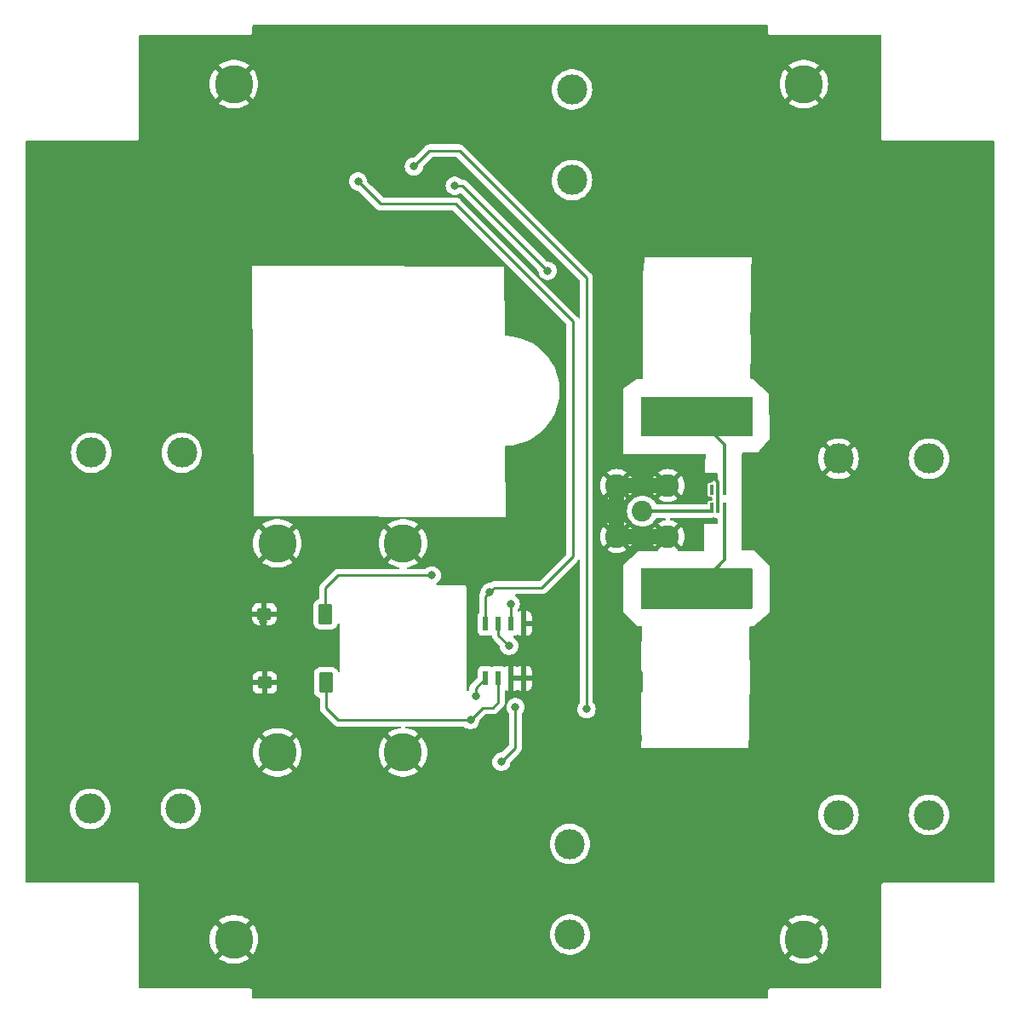
<source format=gtl>
%TF.GenerationSoftware,KiCad,Pcbnew,7.0.10*%
%TF.CreationDate,2024-05-04T16:42:37-07:00*%
%TF.ProjectId,Z_Panels,5a5f5061-6e65-46c7-932e-6b696361645f,rev?*%
%TF.SameCoordinates,Original*%
%TF.FileFunction,Copper,L1,Top*%
%TF.FilePolarity,Positive*%
%FSLAX46Y46*%
G04 Gerber Fmt 4.6, Leading zero omitted, Abs format (unit mm)*
G04 Created by KiCad (PCBNEW 7.0.10) date 2024-05-04 16:42:37*
%MOMM*%
%LPD*%
G01*
G04 APERTURE LIST*
G04 Aperture macros list*
%AMRoundRect*
0 Rectangle with rounded corners*
0 $1 Rounding radius*
0 $2 $3 $4 $5 $6 $7 $8 $9 X,Y pos of 4 corners*
0 Add a 4 corners polygon primitive as box body*
4,1,4,$2,$3,$4,$5,$6,$7,$8,$9,$2,$3,0*
0 Add four circle primitives for the rounded corners*
1,1,$1+$1,$2,$3*
1,1,$1+$1,$4,$5*
1,1,$1+$1,$6,$7*
1,1,$1+$1,$8,$9*
0 Add four rect primitives between the rounded corners*
20,1,$1+$1,$2,$3,$4,$5,0*
20,1,$1+$1,$4,$5,$6,$7,0*
20,1,$1+$1,$6,$7,$8,$9,0*
20,1,$1+$1,$8,$9,$2,$3,0*%
%AMFreePoly0*
4,1,5,2.000000,-5.500000,-2.000000,-5.500000,-2.000000,5.500000,2.000000,5.500000,2.000000,-5.500000,2.000000,-5.500000,$1*%
G04 Aperture macros list end*
%TA.AperFunction,WasherPad*%
%ADD10FreePoly0,90.000000*%
%TD*%
%TA.AperFunction,WasherPad*%
%ADD11R,11.000000X4.000000*%
%TD*%
%TA.AperFunction,SMDPad,CuDef*%
%ADD12R,1.000000X4.000000*%
%TD*%
%TA.AperFunction,ComponentPad*%
%ADD13C,3.000000*%
%TD*%
%TA.AperFunction,ComponentPad*%
%ADD14C,2.600000*%
%TD*%
%TA.AperFunction,ConnectorPad*%
%ADD15C,3.800000*%
%TD*%
%TA.AperFunction,SMDPad,CuDef*%
%ADD16R,0.533400X1.460500*%
%TD*%
%TA.AperFunction,SMDPad,CuDef*%
%ADD17RoundRect,0.175000X-0.525000X-0.825000X0.525000X-0.825000X0.525000X0.825000X-0.525000X0.825000X0*%
%TD*%
%TA.AperFunction,SMDPad,CuDef*%
%ADD18RoundRect,0.150000X-0.550000X-0.450000X0.550000X-0.450000X0.550000X0.450000X-0.550000X0.450000X0*%
%TD*%
%TA.AperFunction,SMDPad,CuDef*%
%ADD19R,0.350000X1.000000*%
%TD*%
%TA.AperFunction,ComponentPad*%
%ADD20C,2.050000*%
%TD*%
%TA.AperFunction,ComponentPad*%
%ADD21C,2.250000*%
%TD*%
%TA.AperFunction,ViaPad*%
%ADD22C,0.800000*%
%TD*%
%TA.AperFunction,Conductor*%
%ADD23C,0.342400*%
%TD*%
%TA.AperFunction,Conductor*%
%ADD24C,1.500000*%
%TD*%
%TA.AperFunction,Conductor*%
%ADD25C,0.250000*%
%TD*%
G04 APERTURE END LIST*
D10*
X201170000Y-96080000D03*
D11*
X201170000Y-79000000D03*
D12*
X206250000Y-96080000D03*
X206250000Y-79000000D03*
D13*
X150000000Y-82600000D03*
X141000000Y-82600000D03*
D14*
X155182000Y-45965600D03*
D15*
X155182000Y-45965600D03*
D16*
X180215000Y-105023300D03*
X181485000Y-105023300D03*
X182755000Y-105023300D03*
X184025000Y-105023300D03*
X184025000Y-99575000D03*
X182755000Y-99575000D03*
X181485000Y-99575000D03*
X180215000Y-99575000D03*
D13*
X188600000Y-121500000D03*
X188600000Y-130500000D03*
D14*
X159500000Y-112400000D03*
D15*
X159500000Y-112400000D03*
D14*
X172000000Y-112400000D03*
D15*
X172000000Y-112400000D03*
D17*
X164350000Y-105450000D03*
D18*
X158250000Y-105450000D03*
D14*
X172000000Y-91600000D03*
D15*
X172000000Y-91600000D03*
D14*
X211856000Y-45965600D03*
D15*
X211856000Y-45965600D03*
D13*
X188800000Y-46500000D03*
X188800000Y-55500000D03*
X224300000Y-83200000D03*
X215300000Y-83200000D03*
X149900000Y-118000000D03*
X140900000Y-118000000D03*
D14*
X211856000Y-130965600D03*
D15*
X211856000Y-130965600D03*
D17*
X164300000Y-98650000D03*
D18*
X158200000Y-98650000D03*
D13*
X224300000Y-118600000D03*
X215300000Y-118600000D03*
D14*
X155182000Y-130965600D03*
D15*
X155182000Y-130965600D03*
D19*
X202674000Y-88084000D03*
X203324000Y-88084000D03*
X203974000Y-88084000D03*
X203974000Y-86284000D03*
X203324000Y-86284000D03*
X202674000Y-86284000D03*
D14*
X159500000Y-91600000D03*
D15*
X159500000Y-91600000D03*
D20*
X195800000Y-88400000D03*
D21*
X193260000Y-90940000D03*
X198340000Y-90940000D03*
X193260000Y-85860000D03*
X198340000Y-85860000D03*
D22*
X193000000Y-107600000D03*
X207552000Y-87382000D03*
X201200000Y-91800000D03*
X193000000Y-79000000D03*
X201200000Y-87000000D03*
X193200000Y-68800000D03*
X193000000Y-99600000D03*
X201200000Y-85200000D03*
X207552000Y-109416000D03*
X207552000Y-111416000D03*
X158250000Y-103800000D03*
X195000000Y-100600000D03*
X207552000Y-69856000D03*
X195000000Y-104600000D03*
X194800000Y-70400000D03*
X207552000Y-67856000D03*
X207552000Y-107416000D03*
X193200000Y-70800000D03*
X201200000Y-90000000D03*
X207552000Y-103416000D03*
X193000000Y-111600000D03*
X194800000Y-66400000D03*
X193200000Y-64800000D03*
X158050000Y-99450000D03*
X194800000Y-64800000D03*
X195000000Y-110000000D03*
X207552000Y-85382000D03*
X194800000Y-63400000D03*
X193000000Y-81000000D03*
X193000000Y-97600000D03*
X193000000Y-83400000D03*
X193000000Y-109600000D03*
X199074000Y-83476000D03*
X207552000Y-73856000D03*
X195000000Y-102600000D03*
X207552000Y-83382000D03*
X193000000Y-93600000D03*
X207552000Y-105416000D03*
X194800000Y-72400000D03*
X207552000Y-71856000D03*
X193000000Y-75000000D03*
X207552000Y-89382000D03*
X195000000Y-111800000D03*
X193000000Y-73000000D03*
X207552000Y-91382000D03*
X193000000Y-95600000D03*
X193200000Y-66800000D03*
X195000000Y-106600000D03*
X207552000Y-101416000D03*
X193000000Y-105600000D03*
X197074000Y-83476000D03*
X193200000Y-63400000D03*
X207552000Y-63856000D03*
X195000000Y-108600000D03*
X207552000Y-65856000D03*
X193000000Y-101600000D03*
X193000000Y-103600000D03*
X194800000Y-68400000D03*
X195074000Y-83476000D03*
X201074000Y-83476000D03*
X193000000Y-77000000D03*
X194800000Y-74400000D03*
X178700000Y-109175000D03*
X183175000Y-107900000D03*
X181775000Y-113325000D03*
X179225000Y-106800000D03*
X173075000Y-54150000D03*
X190250000Y-108100000D03*
X182700000Y-97625000D03*
X174850000Y-94800000D03*
X182550000Y-101810000D03*
X177150000Y-56075000D03*
X186375000Y-64525000D03*
X180625000Y-96475000D03*
X167525000Y-55650000D03*
D23*
X203324000Y-86284000D02*
X203324000Y-88084000D01*
X201170000Y-96080000D02*
X203974000Y-93276000D01*
X203974000Y-93276000D02*
X203974000Y-88084000D01*
X203974000Y-81804000D02*
X201170000Y-79000000D01*
X203974000Y-86284000D02*
X203974000Y-81804000D01*
D24*
X193260000Y-90940000D02*
X198340000Y-90940000D01*
X193260000Y-85860000D02*
X193260000Y-90940000D01*
X198340000Y-85860000D02*
X193260000Y-85860000D01*
D23*
X203324000Y-86284000D02*
X203324000Y-85516600D01*
X203007400Y-85200000D02*
X201200000Y-85200000D01*
X203324000Y-85516600D02*
X203007400Y-85200000D01*
X202552000Y-88440000D02*
X195840000Y-88440000D01*
D25*
X195840000Y-88440000D02*
X195800000Y-88400000D01*
X179900000Y-107975000D02*
X180925000Y-107975000D01*
X165575000Y-109175000D02*
X178700000Y-109175000D01*
X164350000Y-105450000D02*
X164350000Y-107950000D01*
X180925000Y-107975000D02*
X181485000Y-107415000D01*
X178700000Y-109175000D02*
X179900000Y-107975000D01*
X164350000Y-107950000D02*
X165575000Y-109175000D01*
X181485000Y-107415000D02*
X181485000Y-105023300D01*
X190250000Y-108100000D02*
X190250000Y-65250000D01*
X183175000Y-111925000D02*
X183175000Y-107900000D01*
X181775000Y-113325000D02*
X183175000Y-111925000D01*
X179225000Y-106013300D02*
X180215000Y-105023300D01*
X177600000Y-52600000D02*
X174625000Y-52600000D01*
X190250000Y-65250000D02*
X177600000Y-52600000D01*
X179225000Y-106800000D02*
X179225000Y-106013300D01*
X174625000Y-52600000D02*
X173075000Y-54150000D01*
X182755000Y-97680000D02*
X182755000Y-99575000D01*
X164300000Y-96075000D02*
X165575000Y-94800000D01*
X164300000Y-98650000D02*
X164300000Y-96075000D01*
X165575000Y-94800000D02*
X174850000Y-94800000D01*
X182700000Y-97625000D02*
X182755000Y-97680000D01*
X177900000Y-56075000D02*
X186350000Y-64525000D01*
X186350000Y-64525000D02*
X186375000Y-64525000D01*
X181485000Y-100745000D02*
X182550000Y-101810000D01*
X177150000Y-56075000D02*
X177900000Y-56075000D01*
X181485000Y-99575000D02*
X181485000Y-100745000D01*
X177225000Y-57875000D02*
X169750000Y-57875000D01*
X169750000Y-57875000D02*
X167525000Y-55650000D01*
X185800000Y-96025000D02*
X188900000Y-92925000D01*
X188900000Y-92925000D02*
X188900000Y-69550000D01*
X180625000Y-96475000D02*
X180215000Y-96885000D01*
X188900000Y-69550000D02*
X177225000Y-57875000D01*
X180215000Y-96885000D02*
X180215000Y-99575000D01*
X180625000Y-96475000D02*
X181075000Y-96025000D01*
X181075000Y-96025000D02*
X185800000Y-96025000D01*
%TA.AperFunction,Conductor*%
G36*
X202937959Y-89047470D02*
G01*
X203039908Y-89085495D01*
X203039910Y-89085496D01*
X203100392Y-89091998D01*
X203100420Y-89092000D01*
X203192800Y-89092000D01*
X203252460Y-89111385D01*
X203289332Y-89162135D01*
X203294300Y-89193500D01*
X203294300Y-89572100D01*
X203274915Y-89631760D01*
X203224165Y-89668632D01*
X203192800Y-89673600D01*
X201982800Y-89673600D01*
X201982800Y-92264500D01*
X201963415Y-92324160D01*
X201912665Y-92361032D01*
X201881300Y-92366000D01*
X199406085Y-92366000D01*
X199346425Y-92346615D01*
X199309553Y-92295865D01*
X199305201Y-92264410D01*
X198735077Y-91694286D01*
X198857431Y-91620669D01*
X198991658Y-91493523D01*
X199095413Y-91340495D01*
X199096635Y-91337426D01*
X199663745Y-91904536D01*
X199663746Y-91904535D01*
X199665211Y-91902820D01*
X199799510Y-91683663D01*
X199799515Y-91683654D01*
X199897878Y-91446185D01*
X199957882Y-91196247D01*
X199978050Y-90940001D01*
X199978050Y-90939998D01*
X199957882Y-90683752D01*
X199897878Y-90433814D01*
X199799515Y-90196345D01*
X199799513Y-90196341D01*
X199665211Y-89977180D01*
X199663745Y-89975462D01*
X199093192Y-90546015D01*
X199047684Y-90460178D01*
X198927991Y-90319265D01*
X198780805Y-90207377D01*
X198734729Y-90186060D01*
X199304536Y-89616253D01*
X199302822Y-89614790D01*
X199083657Y-89480486D01*
X199083654Y-89480484D01*
X198846185Y-89382121D01*
X198596247Y-89322117D01*
X198592317Y-89321495D01*
X198592637Y-89319473D01*
X198541717Y-89298378D01*
X198508943Y-89244890D01*
X198513868Y-89182353D01*
X198554611Y-89134654D01*
X198607640Y-89119700D01*
X202593115Y-89119700D01*
X202661593Y-89111385D01*
X202715858Y-89104796D01*
X202866498Y-89047665D01*
X202929152Y-89044635D01*
X202937959Y-89047470D01*
G37*
%TD.AperFunction*%
%TA.AperFunction,Conductor*%
G36*
X203332615Y-86519642D02*
G01*
X203345404Y-86543310D01*
X203367733Y-86602189D01*
X203367734Y-86602191D01*
X203367735Y-86602192D01*
X203461501Y-86738035D01*
X203461502Y-86738036D01*
X203461503Y-86738037D01*
X203464803Y-86740961D01*
X203496608Y-86795031D01*
X203499000Y-86816938D01*
X203499000Y-87551062D01*
X203479615Y-87610722D01*
X203464809Y-87627034D01*
X203461501Y-87629964D01*
X203367736Y-87765806D01*
X203367734Y-87765808D01*
X203345404Y-87824690D01*
X203306123Y-87873599D01*
X203245596Y-87890078D01*
X203186942Y-87867834D01*
X203152565Y-87815362D01*
X203149000Y-87788697D01*
X203149000Y-86579302D01*
X203168385Y-86519642D01*
X203219135Y-86482770D01*
X203281865Y-86482770D01*
X203332615Y-86519642D01*
G37*
%TD.AperFunction*%
%TA.AperFunction,Conductor*%
G36*
X208241660Y-40126685D02*
G01*
X208278532Y-40177435D01*
X208283500Y-40208800D01*
X208283500Y-40750723D01*
X208279627Y-40778494D01*
X208279599Y-40778591D01*
X208279599Y-40778593D01*
X208280925Y-40792908D01*
X208283067Y-40816017D01*
X208283500Y-40825383D01*
X208283500Y-40834639D01*
X208283501Y-40834652D01*
X208285202Y-40843758D01*
X208286495Y-40853026D01*
X208289965Y-40890459D01*
X208289965Y-40890462D01*
X208290012Y-40890555D01*
X208298918Y-40917125D01*
X208298937Y-40917226D01*
X208298939Y-40917234D01*
X208318726Y-40949191D01*
X208323287Y-40957380D01*
X208340041Y-40991027D01*
X208340108Y-40991088D01*
X208358028Y-41012667D01*
X208358081Y-41012752D01*
X208384519Y-41032717D01*
X208388070Y-41035398D01*
X208395276Y-41041381D01*
X208423067Y-41066716D01*
X208423071Y-41066717D01*
X208423072Y-41066718D01*
X208423158Y-41066752D01*
X208447656Y-41080396D01*
X208447733Y-41080454D01*
X208447736Y-41080456D01*
X208483885Y-41090741D01*
X208492762Y-41093715D01*
X208527827Y-41107300D01*
X208527924Y-41107300D01*
X208555698Y-41111174D01*
X208555793Y-41111201D01*
X208593220Y-41107732D01*
X208602584Y-41107300D01*
X219456000Y-41107300D01*
X219515660Y-41126685D01*
X219552532Y-41177435D01*
X219557500Y-41208800D01*
X219557500Y-51266323D01*
X219553627Y-51294094D01*
X219553599Y-51294191D01*
X219553599Y-51294193D01*
X219554925Y-51308508D01*
X219557067Y-51331617D01*
X219557500Y-51340983D01*
X219557500Y-51350239D01*
X219557501Y-51350252D01*
X219559202Y-51359358D01*
X219560495Y-51368626D01*
X219563965Y-51406059D01*
X219563965Y-51406062D01*
X219564012Y-51406155D01*
X219572918Y-51432725D01*
X219572937Y-51432826D01*
X219572939Y-51432834D01*
X219592726Y-51464791D01*
X219597287Y-51472980D01*
X219614041Y-51506627D01*
X219614108Y-51506688D01*
X219632028Y-51528267D01*
X219632081Y-51528352D01*
X219658519Y-51548317D01*
X219662070Y-51550998D01*
X219669276Y-51556981D01*
X219697067Y-51582316D01*
X219697071Y-51582317D01*
X219697072Y-51582318D01*
X219697158Y-51582352D01*
X219721656Y-51595996D01*
X219721733Y-51596054D01*
X219721736Y-51596056D01*
X219757885Y-51606341D01*
X219766762Y-51609315D01*
X219801827Y-51622900D01*
X219801924Y-51622900D01*
X219829698Y-51626774D01*
X219829793Y-51626801D01*
X219867220Y-51623332D01*
X219876584Y-51622900D01*
X230729989Y-51622900D01*
X230789649Y-51642285D01*
X230826521Y-51693035D01*
X230831489Y-51724403D01*
X230830539Y-87025174D01*
X230829604Y-121774130D01*
X230829511Y-125218003D01*
X230810125Y-125277662D01*
X230759374Y-125314533D01*
X230728011Y-125319500D01*
X219912076Y-125319500D01*
X219884302Y-125315626D01*
X219884208Y-125315599D01*
X219884205Y-125315599D01*
X219860290Y-125317815D01*
X219846779Y-125319067D01*
X219837416Y-125319500D01*
X219828150Y-125319500D01*
X219819043Y-125321202D01*
X219809773Y-125322495D01*
X219772338Y-125325965D01*
X219772334Y-125325966D01*
X219772235Y-125326016D01*
X219745675Y-125334918D01*
X219745569Y-125334937D01*
X219745567Y-125334938D01*
X219713610Y-125354724D01*
X219705426Y-125359282D01*
X219671771Y-125376041D01*
X219671768Y-125376043D01*
X219671692Y-125376128D01*
X219650146Y-125394019D01*
X219650054Y-125394075D01*
X219650046Y-125394083D01*
X219627399Y-125424072D01*
X219621413Y-125431280D01*
X219596084Y-125459065D01*
X219596082Y-125459068D01*
X219596042Y-125459174D01*
X219582409Y-125483648D01*
X219582346Y-125483730D01*
X219582343Y-125483736D01*
X219572056Y-125519891D01*
X219569078Y-125528776D01*
X219555500Y-125563826D01*
X219555500Y-125563923D01*
X219551627Y-125591694D01*
X219551599Y-125591791D01*
X219551599Y-125591793D01*
X219552925Y-125606108D01*
X219555067Y-125629217D01*
X219555500Y-125638583D01*
X219555500Y-135733600D01*
X219536115Y-135793260D01*
X219485365Y-135830132D01*
X219454000Y-135835100D01*
X208638076Y-135835100D01*
X208610302Y-135831226D01*
X208610208Y-135831199D01*
X208610205Y-135831199D01*
X208586290Y-135833415D01*
X208572779Y-135834667D01*
X208563416Y-135835100D01*
X208554150Y-135835100D01*
X208545043Y-135836802D01*
X208535773Y-135838095D01*
X208498338Y-135841565D01*
X208498334Y-135841566D01*
X208498235Y-135841616D01*
X208471675Y-135850518D01*
X208471569Y-135850537D01*
X208471567Y-135850538D01*
X208439610Y-135870324D01*
X208431426Y-135874882D01*
X208397771Y-135891641D01*
X208397768Y-135891643D01*
X208397692Y-135891728D01*
X208376146Y-135909619D01*
X208376054Y-135909675D01*
X208376046Y-135909683D01*
X208353399Y-135939672D01*
X208347413Y-135946880D01*
X208322084Y-135974665D01*
X208322082Y-135974668D01*
X208322042Y-135974774D01*
X208308409Y-135999248D01*
X208308346Y-135999330D01*
X208308343Y-135999336D01*
X208298056Y-136035491D01*
X208295078Y-136044376D01*
X208281500Y-136079426D01*
X208281500Y-136079523D01*
X208277627Y-136107294D01*
X208277599Y-136107391D01*
X208277599Y-136107393D01*
X208278925Y-136121708D01*
X208281067Y-136144817D01*
X208281500Y-136154183D01*
X208281500Y-136733600D01*
X208262115Y-136793260D01*
X208211365Y-136830132D01*
X208180000Y-136835100D01*
X157112000Y-136835100D01*
X157052340Y-136815715D01*
X157015468Y-136764965D01*
X157010500Y-136733600D01*
X157010500Y-136191675D01*
X157014376Y-136163895D01*
X157014376Y-136163891D01*
X157014401Y-136163807D01*
X157014367Y-136163444D01*
X157010933Y-136126380D01*
X157010500Y-136117015D01*
X157010500Y-136107757D01*
X157010432Y-136107391D01*
X157008796Y-136098646D01*
X157007503Y-136089370D01*
X157004035Y-136051940D01*
X157003990Y-136051850D01*
X156995079Y-136025264D01*
X156995061Y-136025167D01*
X156975273Y-135993209D01*
X156970713Y-135985021D01*
X156953958Y-135951373D01*
X156953958Y-135951372D01*
X156953885Y-135951306D01*
X156935967Y-135929726D01*
X156935918Y-135929647D01*
X156905927Y-135906999D01*
X156898713Y-135901009D01*
X156870934Y-135875685D01*
X156870932Y-135875683D01*
X156870859Y-135875655D01*
X156870835Y-135875646D01*
X156846338Y-135862000D01*
X156846265Y-135861945D01*
X156846264Y-135861944D01*
X156846263Y-135861943D01*
X156846262Y-135861943D01*
X156810116Y-135851659D01*
X156801235Y-135848683D01*
X156766173Y-135835100D01*
X156766076Y-135835100D01*
X156738302Y-135831226D01*
X156738208Y-135831199D01*
X156738205Y-135831199D01*
X156714290Y-135833415D01*
X156700779Y-135834667D01*
X156691416Y-135835100D01*
X145838000Y-135835100D01*
X145778340Y-135815715D01*
X145741468Y-135764965D01*
X145736500Y-135733600D01*
X145736500Y-130965600D01*
X152769239Y-130965600D01*
X152788264Y-131268002D01*
X152788265Y-131268010D01*
X152845040Y-131565630D01*
X152845042Y-131565637D01*
X152938669Y-131853790D01*
X152938669Y-131853791D01*
X153067677Y-132127948D01*
X153067681Y-132127956D01*
X153230030Y-132383779D01*
X153309069Y-132479320D01*
X154243858Y-131544531D01*
X154346894Y-131689224D01*
X154498932Y-131834192D01*
X154604665Y-131902142D01*
X153666113Y-132840695D01*
X153889169Y-133002755D01*
X153889175Y-133002759D01*
X154154692Y-133148729D01*
X154436406Y-133260268D01*
X154436421Y-133260273D01*
X154729895Y-133335624D01*
X155030507Y-133373600D01*
X155333493Y-133373600D01*
X155634104Y-133335624D01*
X155927578Y-133260273D01*
X155927593Y-133260268D01*
X156209307Y-133148729D01*
X156474823Y-133002759D01*
X156697884Y-132840694D01*
X155761574Y-131904383D01*
X155779410Y-131895189D01*
X155944540Y-131765329D01*
X156082110Y-131606565D01*
X156118735Y-131543126D01*
X157054929Y-132479320D01*
X157054930Y-132479320D01*
X157133962Y-132383788D01*
X157133968Y-132383779D01*
X157296318Y-132127956D01*
X157296322Y-132127948D01*
X157425330Y-131853791D01*
X157425330Y-131853790D01*
X157518957Y-131565637D01*
X157518959Y-131565630D01*
X157575734Y-131268010D01*
X157575735Y-131268002D01*
X157594760Y-130965600D01*
X157575735Y-130663197D01*
X157575734Y-130663189D01*
X157544604Y-130500004D01*
X186586807Y-130500004D01*
X186605556Y-130774121D01*
X186605557Y-130774123D01*
X186605557Y-130774126D01*
X186605558Y-130774130D01*
X186623029Y-130858205D01*
X186661461Y-131043153D01*
X186753478Y-131302061D01*
X186753480Y-131302065D01*
X186816991Y-131424635D01*
X186879889Y-131546023D01*
X187038343Y-131770502D01*
X187225889Y-131971314D01*
X187225894Y-131971318D01*
X187225897Y-131971321D01*
X187341782Y-132065600D01*
X187439031Y-132144718D01*
X187673800Y-132287484D01*
X187673804Y-132287486D01*
X187673808Y-132287488D01*
X187753701Y-132322190D01*
X187925823Y-132396953D01*
X187925830Y-132396955D01*
X187925835Y-132396957D01*
X188190392Y-132471082D01*
X188190394Y-132471082D01*
X188190404Y-132471085D01*
X188462615Y-132508500D01*
X188462619Y-132508500D01*
X188737381Y-132508500D01*
X188737385Y-132508500D01*
X189009596Y-132471085D01*
X189009607Y-132471082D01*
X189274164Y-132396957D01*
X189274166Y-132396955D01*
X189274177Y-132396953D01*
X189526200Y-132287484D01*
X189760969Y-132144718D01*
X189974111Y-131971314D01*
X190161657Y-131770502D01*
X190320111Y-131546023D01*
X190446523Y-131302058D01*
X190538538Y-131043153D01*
X190554654Y-130965600D01*
X209443239Y-130965600D01*
X209462264Y-131268002D01*
X209462265Y-131268010D01*
X209519040Y-131565630D01*
X209519042Y-131565637D01*
X209612669Y-131853790D01*
X209612669Y-131853791D01*
X209741677Y-132127948D01*
X209741681Y-132127956D01*
X209904030Y-132383779D01*
X209983069Y-132479320D01*
X210917858Y-131544531D01*
X211020894Y-131689224D01*
X211172932Y-131834192D01*
X211278665Y-131902142D01*
X210340113Y-132840695D01*
X210563169Y-133002755D01*
X210563175Y-133002759D01*
X210828692Y-133148729D01*
X211110406Y-133260268D01*
X211110421Y-133260273D01*
X211403895Y-133335624D01*
X211704507Y-133373600D01*
X212007493Y-133373600D01*
X212308104Y-133335624D01*
X212601578Y-133260273D01*
X212601593Y-133260268D01*
X212883307Y-133148729D01*
X213148823Y-133002759D01*
X213371884Y-132840694D01*
X212435574Y-131904383D01*
X212453410Y-131895189D01*
X212618540Y-131765329D01*
X212756110Y-131606565D01*
X212792735Y-131543126D01*
X213728929Y-132479320D01*
X213728930Y-132479320D01*
X213807962Y-132383788D01*
X213807968Y-132383779D01*
X213970318Y-132127956D01*
X213970322Y-132127948D01*
X214099330Y-131853791D01*
X214099330Y-131853790D01*
X214192957Y-131565637D01*
X214192959Y-131565630D01*
X214249734Y-131268010D01*
X214249735Y-131268002D01*
X214268760Y-130965600D01*
X214249735Y-130663197D01*
X214249734Y-130663189D01*
X214192959Y-130365569D01*
X214192957Y-130365562D01*
X214099330Y-130077409D01*
X214099330Y-130077408D01*
X213970322Y-129803251D01*
X213970318Y-129803243D01*
X213807969Y-129547420D01*
X213728929Y-129451878D01*
X212794140Y-130386667D01*
X212691106Y-130241976D01*
X212539068Y-130097008D01*
X212433333Y-130029056D01*
X213371885Y-129090504D01*
X213371885Y-129090503D01*
X213148830Y-128928444D01*
X213148824Y-128928440D01*
X212883307Y-128782470D01*
X212601593Y-128670931D01*
X212601578Y-128670926D01*
X212308104Y-128595575D01*
X212007493Y-128557600D01*
X211704507Y-128557600D01*
X211403895Y-128595575D01*
X211110421Y-128670926D01*
X211110406Y-128670931D01*
X210828692Y-128782470D01*
X210563175Y-128928440D01*
X210563169Y-128928444D01*
X210340113Y-129090503D01*
X211276425Y-130026816D01*
X211258590Y-130036011D01*
X211093460Y-130165871D01*
X210955890Y-130324635D01*
X210919264Y-130388073D01*
X209983070Y-129451879D01*
X209983069Y-129451879D01*
X209904030Y-129547420D01*
X209741681Y-129803243D01*
X209741677Y-129803251D01*
X209612669Y-130077408D01*
X209612669Y-130077409D01*
X209519042Y-130365562D01*
X209519040Y-130365569D01*
X209462265Y-130663189D01*
X209462264Y-130663197D01*
X209443239Y-130965600D01*
X190554654Y-130965600D01*
X190594442Y-130774130D01*
X190606067Y-130604189D01*
X190613193Y-130500004D01*
X190613193Y-130499995D01*
X190594443Y-130225878D01*
X190594442Y-130225876D01*
X190594442Y-130225870D01*
X190538538Y-129956847D01*
X190446523Y-129697942D01*
X190320111Y-129453977D01*
X190161657Y-129229498D01*
X189974111Y-129028686D01*
X189974105Y-129028681D01*
X189974102Y-129028678D01*
X189760974Y-128855286D01*
X189760973Y-128855285D01*
X189760969Y-128855282D01*
X189526200Y-128712516D01*
X189526197Y-128712514D01*
X189526191Y-128712511D01*
X189360237Y-128640428D01*
X189274177Y-128603047D01*
X189274173Y-128603045D01*
X189274164Y-128603042D01*
X189009607Y-128528917D01*
X189009599Y-128528915D01*
X189009596Y-128528915D01*
X188797202Y-128499721D01*
X188737386Y-128491500D01*
X188737385Y-128491500D01*
X188462615Y-128491500D01*
X188462613Y-128491500D01*
X188364531Y-128504981D01*
X188190404Y-128528915D01*
X188190400Y-128528915D01*
X188190393Y-128528917D01*
X188190392Y-128528917D01*
X187925835Y-128603042D01*
X187925821Y-128603048D01*
X187673808Y-128712511D01*
X187673800Y-128712516D01*
X187439031Y-128855282D01*
X187439029Y-128855283D01*
X187439025Y-128855286D01*
X187225897Y-129028678D01*
X187225888Y-129028687D01*
X187038343Y-129229497D01*
X187038341Y-129229501D01*
X186879887Y-129453980D01*
X186753480Y-129697934D01*
X186753478Y-129697938D01*
X186661461Y-129956846D01*
X186605557Y-130225876D01*
X186605556Y-130225878D01*
X186586807Y-130499995D01*
X186586807Y-130500004D01*
X157544604Y-130500004D01*
X157518959Y-130365569D01*
X157518957Y-130365562D01*
X157425330Y-130077409D01*
X157425330Y-130077408D01*
X157296322Y-129803251D01*
X157296318Y-129803243D01*
X157133969Y-129547420D01*
X157054929Y-129451878D01*
X156120140Y-130386667D01*
X156017106Y-130241976D01*
X155865068Y-130097008D01*
X155759333Y-130029056D01*
X156697885Y-129090504D01*
X156697885Y-129090503D01*
X156474830Y-128928444D01*
X156474824Y-128928440D01*
X156209307Y-128782470D01*
X155927593Y-128670931D01*
X155927578Y-128670926D01*
X155634104Y-128595575D01*
X155333493Y-128557600D01*
X155030507Y-128557600D01*
X154729895Y-128595575D01*
X154436421Y-128670926D01*
X154436406Y-128670931D01*
X154154692Y-128782470D01*
X153889175Y-128928440D01*
X153889169Y-128928444D01*
X153666113Y-129090503D01*
X154602425Y-130026816D01*
X154584590Y-130036011D01*
X154419460Y-130165871D01*
X154281890Y-130324635D01*
X154245264Y-130388073D01*
X153309070Y-129451879D01*
X153309069Y-129451879D01*
X153230030Y-129547420D01*
X153067681Y-129803243D01*
X153067677Y-129803251D01*
X152938669Y-130077408D01*
X152938669Y-130077409D01*
X152845042Y-130365562D01*
X152845040Y-130365569D01*
X152788265Y-130663189D01*
X152788264Y-130663197D01*
X152769239Y-130965600D01*
X145736500Y-130965600D01*
X145736500Y-125676075D01*
X145740376Y-125648295D01*
X145740376Y-125648291D01*
X145740401Y-125648207D01*
X145739074Y-125633891D01*
X145736933Y-125610780D01*
X145736500Y-125601415D01*
X145736500Y-125592157D01*
X145736432Y-125591791D01*
X145734796Y-125583046D01*
X145733503Y-125573770D01*
X145730035Y-125536340D01*
X145729990Y-125536250D01*
X145721079Y-125509664D01*
X145721061Y-125509567D01*
X145701273Y-125477609D01*
X145696713Y-125469421D01*
X145679958Y-125435773D01*
X145679958Y-125435772D01*
X145679885Y-125435706D01*
X145661967Y-125414126D01*
X145661918Y-125414047D01*
X145631927Y-125391399D01*
X145624713Y-125385409D01*
X145596934Y-125360085D01*
X145596932Y-125360083D01*
X145596859Y-125360055D01*
X145596835Y-125360046D01*
X145572338Y-125346400D01*
X145572265Y-125346345D01*
X145572264Y-125346344D01*
X145572263Y-125346343D01*
X145572262Y-125346343D01*
X145536116Y-125336059D01*
X145527235Y-125333083D01*
X145492173Y-125319500D01*
X145492076Y-125319500D01*
X145464302Y-125315626D01*
X145464208Y-125315599D01*
X145464205Y-125315599D01*
X145440290Y-125317815D01*
X145426779Y-125319067D01*
X145417416Y-125319500D01*
X134564011Y-125319500D01*
X134504351Y-125300115D01*
X134467479Y-125249365D01*
X134462511Y-125217997D01*
X134462611Y-121500004D01*
X186586807Y-121500004D01*
X186605556Y-121774121D01*
X186605557Y-121774123D01*
X186661461Y-122043153D01*
X186753478Y-122302061D01*
X186753480Y-122302065D01*
X186866766Y-122520698D01*
X186879889Y-122546023D01*
X187038343Y-122770502D01*
X187225889Y-122971314D01*
X187225894Y-122971318D01*
X187225897Y-122971321D01*
X187397585Y-123110999D01*
X187439031Y-123144718D01*
X187673800Y-123287484D01*
X187673804Y-123287486D01*
X187673808Y-123287488D01*
X187753701Y-123322190D01*
X187925823Y-123396953D01*
X187925830Y-123396955D01*
X187925835Y-123396957D01*
X188190392Y-123471082D01*
X188190394Y-123471082D01*
X188190404Y-123471085D01*
X188462615Y-123508500D01*
X188462619Y-123508500D01*
X188737381Y-123508500D01*
X188737385Y-123508500D01*
X189009596Y-123471085D01*
X189009607Y-123471082D01*
X189274164Y-123396957D01*
X189274166Y-123396955D01*
X189274177Y-123396953D01*
X189526200Y-123287484D01*
X189760969Y-123144718D01*
X189974111Y-122971314D01*
X190161657Y-122770502D01*
X190320111Y-122546023D01*
X190446523Y-122302058D01*
X190538538Y-122043153D01*
X190594442Y-121774130D01*
X190613193Y-121500000D01*
X190594442Y-121225870D01*
X190538538Y-120956847D01*
X190446523Y-120697942D01*
X190320111Y-120453977D01*
X190161657Y-120229498D01*
X189974111Y-120028686D01*
X189974105Y-120028681D01*
X189974102Y-120028678D01*
X189760974Y-119855286D01*
X189760973Y-119855285D01*
X189760969Y-119855282D01*
X189526200Y-119712516D01*
X189526197Y-119712514D01*
X189526191Y-119712511D01*
X189360237Y-119640428D01*
X189274177Y-119603047D01*
X189274173Y-119603045D01*
X189274164Y-119603042D01*
X189009607Y-119528917D01*
X189009599Y-119528915D01*
X189009596Y-119528915D01*
X188797202Y-119499721D01*
X188737386Y-119491500D01*
X188737385Y-119491500D01*
X188462615Y-119491500D01*
X188462613Y-119491500D01*
X188364531Y-119504981D01*
X188190404Y-119528915D01*
X188190400Y-119528915D01*
X188190393Y-119528917D01*
X188190392Y-119528917D01*
X187925835Y-119603042D01*
X187925821Y-119603048D01*
X187673808Y-119712511D01*
X187673800Y-119712516D01*
X187439031Y-119855282D01*
X187439029Y-119855283D01*
X187439025Y-119855286D01*
X187225897Y-120028678D01*
X187225888Y-120028687D01*
X187038343Y-120229497D01*
X187038341Y-120229501D01*
X186879887Y-120453980D01*
X186753480Y-120697934D01*
X186753478Y-120697938D01*
X186661461Y-120956846D01*
X186605557Y-121225876D01*
X186605556Y-121225878D01*
X186586807Y-121499995D01*
X186586807Y-121500004D01*
X134462611Y-121500004D01*
X134462705Y-118000004D01*
X138886807Y-118000004D01*
X138905556Y-118274121D01*
X138905557Y-118274123D01*
X138905557Y-118274126D01*
X138905558Y-118274130D01*
X138923029Y-118358205D01*
X138961461Y-118543153D01*
X139053478Y-118802061D01*
X139053480Y-118802065D01*
X139166766Y-119020698D01*
X139179889Y-119046023D01*
X139338343Y-119270502D01*
X139525889Y-119471314D01*
X139525894Y-119471318D01*
X139525897Y-119471321D01*
X139687804Y-119603042D01*
X139739031Y-119644718D01*
X139973800Y-119787484D01*
X139973804Y-119787486D01*
X139973808Y-119787488D01*
X140053701Y-119822190D01*
X140225823Y-119896953D01*
X140225830Y-119896955D01*
X140225835Y-119896957D01*
X140490392Y-119971082D01*
X140490394Y-119971082D01*
X140490404Y-119971085D01*
X140762615Y-120008500D01*
X140762619Y-120008500D01*
X141037381Y-120008500D01*
X141037385Y-120008500D01*
X141309596Y-119971085D01*
X141309607Y-119971082D01*
X141574164Y-119896957D01*
X141574166Y-119896955D01*
X141574177Y-119896953D01*
X141826200Y-119787484D01*
X142060969Y-119644718D01*
X142274111Y-119471314D01*
X142461657Y-119270502D01*
X142620111Y-119046023D01*
X142746523Y-118802058D01*
X142838538Y-118543153D01*
X142894442Y-118274130D01*
X142913193Y-118000004D01*
X147886807Y-118000004D01*
X147905556Y-118274121D01*
X147905557Y-118274123D01*
X147905557Y-118274126D01*
X147905558Y-118274130D01*
X147923029Y-118358205D01*
X147961461Y-118543153D01*
X148053478Y-118802061D01*
X148053480Y-118802065D01*
X148166766Y-119020698D01*
X148179889Y-119046023D01*
X148338343Y-119270502D01*
X148525889Y-119471314D01*
X148525894Y-119471318D01*
X148525897Y-119471321D01*
X148687804Y-119603042D01*
X148739031Y-119644718D01*
X148973800Y-119787484D01*
X148973804Y-119787486D01*
X148973808Y-119787488D01*
X149053701Y-119822190D01*
X149225823Y-119896953D01*
X149225830Y-119896955D01*
X149225835Y-119896957D01*
X149490392Y-119971082D01*
X149490394Y-119971082D01*
X149490404Y-119971085D01*
X149762615Y-120008500D01*
X149762619Y-120008500D01*
X150037381Y-120008500D01*
X150037385Y-120008500D01*
X150309596Y-119971085D01*
X150309607Y-119971082D01*
X150574164Y-119896957D01*
X150574166Y-119896955D01*
X150574177Y-119896953D01*
X150826200Y-119787484D01*
X151060969Y-119644718D01*
X151274111Y-119471314D01*
X151461657Y-119270502D01*
X151620111Y-119046023D01*
X151746523Y-118802058D01*
X151818333Y-118600004D01*
X213286807Y-118600004D01*
X213305556Y-118874121D01*
X213305557Y-118874123D01*
X213361461Y-119143153D01*
X213453478Y-119402061D01*
X213453480Y-119402065D01*
X213519210Y-119528917D01*
X213579889Y-119646023D01*
X213738343Y-119870502D01*
X213925889Y-120071314D01*
X213925894Y-120071318D01*
X213925897Y-120071321D01*
X214097585Y-120210999D01*
X214139031Y-120244718D01*
X214373800Y-120387484D01*
X214373804Y-120387486D01*
X214373808Y-120387488D01*
X214453701Y-120422190D01*
X214625823Y-120496953D01*
X214625830Y-120496955D01*
X214625835Y-120496957D01*
X214890392Y-120571082D01*
X214890394Y-120571082D01*
X214890404Y-120571085D01*
X215162615Y-120608500D01*
X215162619Y-120608500D01*
X215437381Y-120608500D01*
X215437385Y-120608500D01*
X215709596Y-120571085D01*
X215709607Y-120571082D01*
X215974164Y-120496957D01*
X215974166Y-120496955D01*
X215974177Y-120496953D01*
X216226200Y-120387484D01*
X216460969Y-120244718D01*
X216674111Y-120071314D01*
X216861657Y-119870502D01*
X217020111Y-119646023D01*
X217146523Y-119402058D01*
X217238538Y-119143153D01*
X217294442Y-118874130D01*
X217299372Y-118802065D01*
X217313193Y-118600004D01*
X222286807Y-118600004D01*
X222305556Y-118874121D01*
X222305557Y-118874123D01*
X222361461Y-119143153D01*
X222453478Y-119402061D01*
X222453480Y-119402065D01*
X222519210Y-119528917D01*
X222579889Y-119646023D01*
X222738343Y-119870502D01*
X222925889Y-120071314D01*
X222925894Y-120071318D01*
X222925897Y-120071321D01*
X223097585Y-120210999D01*
X223139031Y-120244718D01*
X223373800Y-120387484D01*
X223373804Y-120387486D01*
X223373808Y-120387488D01*
X223453701Y-120422190D01*
X223625823Y-120496953D01*
X223625830Y-120496955D01*
X223625835Y-120496957D01*
X223890392Y-120571082D01*
X223890394Y-120571082D01*
X223890404Y-120571085D01*
X224162615Y-120608500D01*
X224162619Y-120608500D01*
X224437381Y-120608500D01*
X224437385Y-120608500D01*
X224709596Y-120571085D01*
X224709607Y-120571082D01*
X224974164Y-120496957D01*
X224974166Y-120496955D01*
X224974177Y-120496953D01*
X225226200Y-120387484D01*
X225460969Y-120244718D01*
X225674111Y-120071314D01*
X225861657Y-119870502D01*
X226020111Y-119646023D01*
X226146523Y-119402058D01*
X226238538Y-119143153D01*
X226294442Y-118874130D01*
X226299372Y-118802065D01*
X226313193Y-118600004D01*
X226313193Y-118599995D01*
X226294443Y-118325878D01*
X226294442Y-118325876D01*
X226294442Y-118325870D01*
X226238538Y-118056847D01*
X226146523Y-117797942D01*
X226020111Y-117553977D01*
X225861657Y-117329498D01*
X225674111Y-117128686D01*
X225674105Y-117128681D01*
X225674102Y-117128678D01*
X225460974Y-116955286D01*
X225460973Y-116955285D01*
X225460969Y-116955282D01*
X225226200Y-116812516D01*
X225226197Y-116812514D01*
X225226191Y-116812511D01*
X225035071Y-116729497D01*
X224974177Y-116703047D01*
X224974173Y-116703045D01*
X224974164Y-116703042D01*
X224709607Y-116628917D01*
X224709599Y-116628915D01*
X224709596Y-116628915D01*
X224497202Y-116599721D01*
X224437386Y-116591500D01*
X224437385Y-116591500D01*
X224162615Y-116591500D01*
X224162613Y-116591500D01*
X224064531Y-116604981D01*
X223890404Y-116628915D01*
X223890400Y-116628915D01*
X223890393Y-116628917D01*
X223890392Y-116628917D01*
X223625835Y-116703042D01*
X223625821Y-116703048D01*
X223373808Y-116812511D01*
X223373800Y-116812516D01*
X223139031Y-116955282D01*
X223139029Y-116955283D01*
X223139025Y-116955286D01*
X222925897Y-117128678D01*
X222925888Y-117128687D01*
X222738343Y-117329497D01*
X222738341Y-117329501D01*
X222579887Y-117553980D01*
X222453480Y-117797934D01*
X222453478Y-117797938D01*
X222361461Y-118056846D01*
X222305557Y-118325876D01*
X222305556Y-118325878D01*
X222286807Y-118599995D01*
X222286807Y-118600004D01*
X217313193Y-118600004D01*
X217313193Y-118599995D01*
X217294443Y-118325878D01*
X217294442Y-118325876D01*
X217294442Y-118325870D01*
X217238538Y-118056847D01*
X217146523Y-117797942D01*
X217020111Y-117553977D01*
X216861657Y-117329498D01*
X216674111Y-117128686D01*
X216674105Y-117128681D01*
X216674102Y-117128678D01*
X216460974Y-116955286D01*
X216460973Y-116955285D01*
X216460969Y-116955282D01*
X216226200Y-116812516D01*
X216226197Y-116812514D01*
X216226191Y-116812511D01*
X216035071Y-116729497D01*
X215974177Y-116703047D01*
X215974173Y-116703045D01*
X215974164Y-116703042D01*
X215709607Y-116628917D01*
X215709599Y-116628915D01*
X215709596Y-116628915D01*
X215497202Y-116599721D01*
X215437386Y-116591500D01*
X215437385Y-116591500D01*
X215162615Y-116591500D01*
X215162613Y-116591500D01*
X215064531Y-116604981D01*
X214890404Y-116628915D01*
X214890400Y-116628915D01*
X214890393Y-116628917D01*
X214890392Y-116628917D01*
X214625835Y-116703042D01*
X214625821Y-116703048D01*
X214373808Y-116812511D01*
X214373800Y-116812516D01*
X214139031Y-116955282D01*
X214139029Y-116955283D01*
X214139025Y-116955286D01*
X213925897Y-117128678D01*
X213925888Y-117128687D01*
X213738343Y-117329497D01*
X213738341Y-117329501D01*
X213579887Y-117553980D01*
X213453480Y-117797934D01*
X213453478Y-117797938D01*
X213361461Y-118056846D01*
X213305557Y-118325876D01*
X213305556Y-118325878D01*
X213286807Y-118599995D01*
X213286807Y-118600004D01*
X151818333Y-118600004D01*
X151838538Y-118543153D01*
X151894442Y-118274130D01*
X151913193Y-118000000D01*
X151899372Y-117797938D01*
X151894443Y-117725878D01*
X151894442Y-117725876D01*
X151894442Y-117725870D01*
X151838538Y-117456847D01*
X151746523Y-117197942D01*
X151620111Y-116953977D01*
X151461657Y-116729498D01*
X151274111Y-116528686D01*
X151274105Y-116528681D01*
X151274102Y-116528678D01*
X151060974Y-116355286D01*
X151060973Y-116355285D01*
X151060969Y-116355282D01*
X150826200Y-116212516D01*
X150826197Y-116212514D01*
X150826191Y-116212511D01*
X150660237Y-116140428D01*
X150574177Y-116103047D01*
X150574173Y-116103045D01*
X150574164Y-116103042D01*
X150309607Y-116028917D01*
X150309599Y-116028915D01*
X150309596Y-116028915D01*
X150097202Y-115999721D01*
X150037386Y-115991500D01*
X150037385Y-115991500D01*
X149762615Y-115991500D01*
X149762613Y-115991500D01*
X149664531Y-116004981D01*
X149490404Y-116028915D01*
X149490400Y-116028915D01*
X149490393Y-116028917D01*
X149490392Y-116028917D01*
X149225835Y-116103042D01*
X149225821Y-116103048D01*
X148973808Y-116212511D01*
X148973800Y-116212516D01*
X148739031Y-116355282D01*
X148739029Y-116355283D01*
X148739025Y-116355286D01*
X148525897Y-116528678D01*
X148525888Y-116528687D01*
X148338343Y-116729497D01*
X148338341Y-116729501D01*
X148179887Y-116953980D01*
X148053480Y-117197934D01*
X148053478Y-117197938D01*
X147961461Y-117456846D01*
X147905557Y-117725876D01*
X147905556Y-117725878D01*
X147886807Y-117999995D01*
X147886807Y-118000004D01*
X142913193Y-118000004D01*
X142913193Y-118000000D01*
X142899372Y-117797938D01*
X142894443Y-117725878D01*
X142894442Y-117725876D01*
X142894442Y-117725870D01*
X142838538Y-117456847D01*
X142746523Y-117197942D01*
X142620111Y-116953977D01*
X142461657Y-116729498D01*
X142274111Y-116528686D01*
X142274105Y-116528681D01*
X142274102Y-116528678D01*
X142060974Y-116355286D01*
X142060973Y-116355285D01*
X142060969Y-116355282D01*
X141826200Y-116212516D01*
X141826197Y-116212514D01*
X141826191Y-116212511D01*
X141660237Y-116140428D01*
X141574177Y-116103047D01*
X141574173Y-116103045D01*
X141574164Y-116103042D01*
X141309607Y-116028917D01*
X141309599Y-116028915D01*
X141309596Y-116028915D01*
X141097202Y-115999721D01*
X141037386Y-115991500D01*
X141037385Y-115991500D01*
X140762615Y-115991500D01*
X140762613Y-115991500D01*
X140664531Y-116004981D01*
X140490404Y-116028915D01*
X140490400Y-116028915D01*
X140490393Y-116028917D01*
X140490392Y-116028917D01*
X140225835Y-116103042D01*
X140225821Y-116103048D01*
X139973808Y-116212511D01*
X139973800Y-116212516D01*
X139739031Y-116355282D01*
X139739029Y-116355283D01*
X139739025Y-116355286D01*
X139525897Y-116528678D01*
X139525888Y-116528687D01*
X139338343Y-116729497D01*
X139338341Y-116729501D01*
X139179887Y-116953980D01*
X139053480Y-117197934D01*
X139053478Y-117197938D01*
X138961461Y-117456846D01*
X138905557Y-117725876D01*
X138905556Y-117725878D01*
X138886807Y-117999995D01*
X138886807Y-118000004D01*
X134462705Y-118000004D01*
X134462856Y-112400000D01*
X157087239Y-112400000D01*
X157106264Y-112702402D01*
X157106265Y-112702410D01*
X157163040Y-113000030D01*
X157163042Y-113000037D01*
X157256669Y-113288190D01*
X157256669Y-113288191D01*
X157385677Y-113562348D01*
X157385681Y-113562356D01*
X157548030Y-113818179D01*
X157627069Y-113913720D01*
X158561858Y-112978931D01*
X158664894Y-113123624D01*
X158816932Y-113268592D01*
X158922665Y-113336542D01*
X157984113Y-114275095D01*
X158207169Y-114437155D01*
X158207175Y-114437159D01*
X158472692Y-114583129D01*
X158754406Y-114694668D01*
X158754421Y-114694673D01*
X159047895Y-114770024D01*
X159348507Y-114808000D01*
X159651493Y-114808000D01*
X159952104Y-114770024D01*
X160245578Y-114694673D01*
X160245593Y-114694668D01*
X160527307Y-114583129D01*
X160792823Y-114437159D01*
X161015884Y-114275094D01*
X160079574Y-113338783D01*
X160097410Y-113329589D01*
X160262540Y-113199729D01*
X160400110Y-113040965D01*
X160436735Y-112977526D01*
X161372929Y-113913720D01*
X161372930Y-113913720D01*
X161451962Y-113818188D01*
X161451968Y-113818179D01*
X161614318Y-113562356D01*
X161614322Y-113562348D01*
X161743330Y-113288191D01*
X161743330Y-113288190D01*
X161836957Y-113000037D01*
X161836959Y-113000030D01*
X161893734Y-112702410D01*
X161893735Y-112702402D01*
X161912760Y-112400000D01*
X161893735Y-112097597D01*
X161893734Y-112097589D01*
X161836959Y-111799969D01*
X161836957Y-111799962D01*
X161743330Y-111511809D01*
X161743330Y-111511808D01*
X161614322Y-111237651D01*
X161614318Y-111237643D01*
X161451969Y-110981820D01*
X161372929Y-110886278D01*
X160438140Y-111821067D01*
X160335106Y-111676376D01*
X160183068Y-111531408D01*
X160077333Y-111463456D01*
X161015885Y-110524904D01*
X161015885Y-110524903D01*
X160792830Y-110362844D01*
X160792824Y-110362840D01*
X160527307Y-110216870D01*
X160245593Y-110105331D01*
X160245578Y-110105326D01*
X159952104Y-110029975D01*
X159651493Y-109992000D01*
X159348507Y-109992000D01*
X159047895Y-110029975D01*
X158754421Y-110105326D01*
X158754406Y-110105331D01*
X158472692Y-110216870D01*
X158207175Y-110362840D01*
X158207169Y-110362844D01*
X157984113Y-110524903D01*
X158920425Y-111461216D01*
X158902590Y-111470411D01*
X158737460Y-111600271D01*
X158599890Y-111759035D01*
X158563264Y-111822473D01*
X157627070Y-110886279D01*
X157627069Y-110886279D01*
X157548030Y-110981820D01*
X157385681Y-111237643D01*
X157385677Y-111237651D01*
X157256669Y-111511808D01*
X157256669Y-111511809D01*
X157163042Y-111799962D01*
X157163040Y-111799969D01*
X157106265Y-112097589D01*
X157106264Y-112097597D01*
X157087239Y-112400000D01*
X134462856Y-112400000D01*
X134463036Y-105704000D01*
X157042001Y-105704000D01*
X157042001Y-105966465D01*
X157044933Y-106003747D01*
X157091318Y-106163400D01*
X157175946Y-106306500D01*
X157293499Y-106424053D01*
X157436599Y-106508681D01*
X157596246Y-106555064D01*
X157633537Y-106557999D01*
X157996000Y-106557999D01*
X157996000Y-105704000D01*
X158504000Y-105704000D01*
X158504000Y-106557999D01*
X158866465Y-106557999D01*
X158903747Y-106555066D01*
X159063400Y-106508681D01*
X159206500Y-106424053D01*
X159324053Y-106306500D01*
X159408681Y-106163400D01*
X159455064Y-106003753D01*
X159458000Y-105966462D01*
X159458000Y-105704000D01*
X158504000Y-105704000D01*
X157996000Y-105704000D01*
X157042001Y-105704000D01*
X134463036Y-105704000D01*
X134463050Y-105196000D01*
X157042000Y-105196000D01*
X157996000Y-105196000D01*
X157996000Y-104342000D01*
X158504000Y-104342000D01*
X158504000Y-105196000D01*
X159457999Y-105196000D01*
X159457999Y-104933534D01*
X159455066Y-104896252D01*
X159408681Y-104736599D01*
X159324053Y-104593499D01*
X159206500Y-104475946D01*
X159063400Y-104391318D01*
X158903753Y-104344935D01*
X158866463Y-104342000D01*
X158504000Y-104342000D01*
X157996000Y-104342000D01*
X157633534Y-104342000D01*
X157633534Y-104342001D01*
X157596252Y-104344933D01*
X157436599Y-104391318D01*
X157293499Y-104475946D01*
X157175946Y-104593499D01*
X157091318Y-104736599D01*
X157044935Y-104896246D01*
X157042000Y-104933537D01*
X157042000Y-105196000D01*
X134463050Y-105196000D01*
X134463219Y-98904000D01*
X156992001Y-98904000D01*
X156992001Y-99166465D01*
X156994933Y-99203747D01*
X157041318Y-99363400D01*
X157125946Y-99506500D01*
X157243499Y-99624053D01*
X157386599Y-99708681D01*
X157546246Y-99755064D01*
X157583537Y-99757999D01*
X157946000Y-99757999D01*
X157946000Y-98904000D01*
X158454000Y-98904000D01*
X158454000Y-99757999D01*
X158816465Y-99757999D01*
X158853747Y-99755066D01*
X159013400Y-99708681D01*
X159156500Y-99624053D01*
X159250312Y-99530241D01*
X163091500Y-99530241D01*
X163097758Y-99599109D01*
X163147137Y-99757574D01*
X163147138Y-99757576D01*
X163233007Y-99899623D01*
X163350376Y-100016992D01*
X163492423Y-100102861D01*
X163492425Y-100102862D01*
X163610163Y-100139550D01*
X163650891Y-100152242D01*
X163719757Y-100158500D01*
X164880242Y-100158499D01*
X164949109Y-100152242D01*
X165107577Y-100102861D01*
X165249623Y-100016992D01*
X165366992Y-99899623D01*
X165452861Y-99757577D01*
X165453644Y-99755066D01*
X165501096Y-99602787D01*
X165537352Y-99551595D01*
X165596773Y-99531490D01*
X165656664Y-99550153D01*
X165694146Y-99600454D01*
X165699500Y-99632983D01*
X165699500Y-104306560D01*
X165680115Y-104366220D01*
X165629365Y-104403092D01*
X165566635Y-104403092D01*
X165515885Y-104366220D01*
X165506489Y-104347527D01*
X165505383Y-104348026D01*
X165502861Y-104342423D01*
X165416992Y-104200376D01*
X165299623Y-104083007D01*
X165157576Y-103997138D01*
X165157574Y-103997137D01*
X164999114Y-103947759D01*
X164999109Y-103947758D01*
X164999108Y-103947757D01*
X164999103Y-103947757D01*
X164930250Y-103941500D01*
X163769758Y-103941500D01*
X163700890Y-103947758D01*
X163542425Y-103997137D01*
X163542423Y-103997138D01*
X163400376Y-104083007D01*
X163283007Y-104200376D01*
X163197138Y-104342423D01*
X163197137Y-104342425D01*
X163147759Y-104500885D01*
X163147757Y-104500896D01*
X163141500Y-104569749D01*
X163141500Y-106330241D01*
X163147758Y-106399109D01*
X163197137Y-106557574D01*
X163197138Y-106557576D01*
X163283007Y-106699623D01*
X163400376Y-106816992D01*
X163542423Y-106902861D01*
X163542425Y-106902862D01*
X163645197Y-106934887D01*
X163696388Y-106971143D01*
X163716493Y-107030565D01*
X163716500Y-107031791D01*
X163716500Y-107868851D01*
X163714876Y-107883548D01*
X163714899Y-107883551D01*
X163714297Y-107889911D01*
X163716450Y-107958365D01*
X163716500Y-107961555D01*
X163716500Y-107989855D01*
X163717152Y-107995021D01*
X163717901Y-108004540D01*
X163719327Y-108049889D01*
X163725515Y-108071189D01*
X163728744Y-108086781D01*
X163731525Y-108108797D01*
X163748227Y-108150983D01*
X163751323Y-108160025D01*
X163763981Y-108203590D01*
X163763982Y-108203593D01*
X163772013Y-108217174D01*
X163775274Y-108222687D01*
X163782278Y-108236984D01*
X163790446Y-108257613D01*
X163790451Y-108257622D01*
X163817113Y-108294319D01*
X163822363Y-108302311D01*
X163845456Y-108341360D01*
X163845457Y-108341361D01*
X163845458Y-108341362D01*
X163861147Y-108357051D01*
X163871489Y-108369160D01*
X163884528Y-108387108D01*
X163919483Y-108416024D01*
X163926557Y-108422461D01*
X165069666Y-109565570D01*
X165078910Y-109577109D01*
X165078928Y-109577095D01*
X165082996Y-109582011D01*
X165083000Y-109582018D01*
X165131043Y-109627133D01*
X165132947Y-109628921D01*
X165135236Y-109631140D01*
X165155231Y-109651135D01*
X165159340Y-109654322D01*
X165166602Y-109660525D01*
X165199677Y-109691585D01*
X165199679Y-109691586D01*
X165219117Y-109702272D01*
X165232428Y-109711015D01*
X165249960Y-109724614D01*
X165291602Y-109742634D01*
X165300176Y-109746834D01*
X165339940Y-109768695D01*
X165361438Y-109774214D01*
X165376489Y-109779367D01*
X165396855Y-109788181D01*
X165441667Y-109795278D01*
X165451018Y-109797214D01*
X165494970Y-109808500D01*
X165517156Y-109808500D01*
X165533034Y-109809750D01*
X165554943Y-109813220D01*
X165595713Y-109809366D01*
X165600116Y-109808950D01*
X165609666Y-109808500D01*
X171687760Y-109808500D01*
X171747420Y-109827885D01*
X171784292Y-109878635D01*
X171784292Y-109941365D01*
X171747420Y-109992115D01*
X171700481Y-110010700D01*
X171547895Y-110029975D01*
X171254421Y-110105326D01*
X171254406Y-110105331D01*
X170972692Y-110216870D01*
X170707175Y-110362840D01*
X170707169Y-110362844D01*
X170484113Y-110524903D01*
X171420425Y-111461216D01*
X171402590Y-111470411D01*
X171237460Y-111600271D01*
X171099890Y-111759035D01*
X171063264Y-111822473D01*
X170127070Y-110886279D01*
X170127069Y-110886279D01*
X170048030Y-110981820D01*
X169885681Y-111237643D01*
X169885677Y-111237651D01*
X169756669Y-111511808D01*
X169756669Y-111511809D01*
X169663042Y-111799962D01*
X169663040Y-111799969D01*
X169606265Y-112097589D01*
X169606264Y-112097597D01*
X169587239Y-112400000D01*
X169606264Y-112702402D01*
X169606265Y-112702410D01*
X169663040Y-113000030D01*
X169663042Y-113000037D01*
X169756669Y-113288190D01*
X169756669Y-113288191D01*
X169885677Y-113562348D01*
X169885681Y-113562356D01*
X170048030Y-113818179D01*
X170127069Y-113913720D01*
X171061858Y-112978931D01*
X171164894Y-113123624D01*
X171316932Y-113268592D01*
X171422665Y-113336542D01*
X170484113Y-114275095D01*
X170707169Y-114437155D01*
X170707175Y-114437159D01*
X170972692Y-114583129D01*
X171254406Y-114694668D01*
X171254421Y-114694673D01*
X171547895Y-114770024D01*
X171848507Y-114808000D01*
X172151493Y-114808000D01*
X172452104Y-114770024D01*
X172745578Y-114694673D01*
X172745593Y-114694668D01*
X173027307Y-114583129D01*
X173292823Y-114437159D01*
X173515884Y-114275094D01*
X172579574Y-113338783D01*
X172597410Y-113329589D01*
X172762540Y-113199729D01*
X172900110Y-113040965D01*
X172936735Y-112977526D01*
X173872929Y-113913720D01*
X173872930Y-113913720D01*
X173951962Y-113818188D01*
X173951968Y-113818179D01*
X174114318Y-113562356D01*
X174114322Y-113562348D01*
X174226009Y-113325000D01*
X180861496Y-113325000D01*
X180881457Y-113514925D01*
X180881458Y-113514928D01*
X180940473Y-113696556D01*
X181024679Y-113842405D01*
X181035961Y-113861946D01*
X181082579Y-113913720D01*
X181163747Y-114003866D01*
X181318248Y-114116118D01*
X181492712Y-114193794D01*
X181632812Y-114223573D01*
X181679512Y-114233500D01*
X181679513Y-114233500D01*
X181870487Y-114233500D01*
X182057288Y-114193794D01*
X182231752Y-114116118D01*
X182386253Y-114003866D01*
X182514040Y-113861944D01*
X182609527Y-113696556D01*
X182668542Y-113514928D01*
X182686814Y-113341077D01*
X182712329Y-113283770D01*
X182715968Y-113279935D01*
X183565574Y-112430329D01*
X183577106Y-112421092D01*
X183577092Y-112421075D01*
X183582011Y-112417003D01*
X183582018Y-112417000D01*
X183628891Y-112367083D01*
X183631079Y-112364824D01*
X183651135Y-112344770D01*
X183654320Y-112340663D01*
X183660529Y-112333393D01*
X183691586Y-112300321D01*
X183702277Y-112280872D01*
X183711010Y-112267578D01*
X183724614Y-112250041D01*
X183742636Y-112208391D01*
X183746839Y-112199813D01*
X183768693Y-112160063D01*
X183768695Y-112160060D01*
X183774211Y-112138575D01*
X183779373Y-112123499D01*
X183788178Y-112103154D01*
X183788179Y-112103148D01*
X183788181Y-112103145D01*
X183795278Y-112058334D01*
X183797213Y-112048986D01*
X183808500Y-112005030D01*
X183808500Y-111982843D01*
X183809750Y-111966964D01*
X183813220Y-111945057D01*
X183808950Y-111899884D01*
X183808500Y-111890332D01*
X183808500Y-108593120D01*
X183827885Y-108533460D01*
X183834571Y-108525203D01*
X183837352Y-108522115D01*
X183914040Y-108436944D01*
X184009527Y-108271556D01*
X184068542Y-108089928D01*
X184088504Y-107900000D01*
X184068542Y-107710072D01*
X184009527Y-107528444D01*
X183914040Y-107363056D01*
X183914039Y-107363055D01*
X183914038Y-107363053D01*
X183786256Y-107221137D01*
X183786255Y-107221136D01*
X183786254Y-107221135D01*
X183786253Y-107221134D01*
X183691918Y-107152595D01*
X183631754Y-107108883D01*
X183631752Y-107108882D01*
X183457288Y-107031206D01*
X183457284Y-107031205D01*
X183270487Y-106991500D01*
X183079513Y-106991500D01*
X182892715Y-107031205D01*
X182892713Y-107031205D01*
X182892712Y-107031206D01*
X182805480Y-107070044D01*
X182718245Y-107108883D01*
X182563744Y-107221136D01*
X182563743Y-107221137D01*
X182435961Y-107363053D01*
X182394391Y-107435055D01*
X182340473Y-107528444D01*
X182319450Y-107593145D01*
X182281458Y-107710071D01*
X182281457Y-107710074D01*
X182261496Y-107899999D01*
X182261496Y-107900000D01*
X182281457Y-108089925D01*
X182281458Y-108089928D01*
X182340473Y-108271556D01*
X182422399Y-108413456D01*
X182435961Y-108436946D01*
X182474315Y-108479542D01*
X182512648Y-108522115D01*
X182515429Y-108525203D01*
X182540944Y-108582510D01*
X182541500Y-108593120D01*
X182541500Y-111620553D01*
X182522115Y-111680213D01*
X182511771Y-111692324D01*
X181817324Y-112386771D01*
X181761431Y-112415250D01*
X181745553Y-112416500D01*
X181679513Y-112416500D01*
X181492715Y-112456205D01*
X181492713Y-112456205D01*
X181492712Y-112456206D01*
X181405480Y-112495044D01*
X181318245Y-112533883D01*
X181163744Y-112646136D01*
X181163743Y-112646137D01*
X181035961Y-112788053D01*
X180994980Y-112859035D01*
X180940473Y-112953444D01*
X180940473Y-112953445D01*
X180881458Y-113135071D01*
X180881457Y-113135074D01*
X180861496Y-113324999D01*
X180861496Y-113325000D01*
X174226009Y-113325000D01*
X174243330Y-113288191D01*
X174243330Y-113288190D01*
X174336957Y-113000037D01*
X174336959Y-113000030D01*
X174393734Y-112702410D01*
X174393735Y-112702402D01*
X174412760Y-112400000D01*
X174393735Y-112097597D01*
X174393734Y-112097589D01*
X174336959Y-111799969D01*
X174336957Y-111799962D01*
X174243330Y-111511809D01*
X174243330Y-111511808D01*
X174114322Y-111237651D01*
X174114318Y-111237643D01*
X173951969Y-110981820D01*
X173872929Y-110886278D01*
X172938140Y-111821067D01*
X172835106Y-111676376D01*
X172683068Y-111531408D01*
X172577333Y-111463456D01*
X173515885Y-110524904D01*
X173515885Y-110524903D01*
X173292830Y-110362844D01*
X173292824Y-110362840D01*
X173027307Y-110216870D01*
X172745593Y-110105331D01*
X172745578Y-110105326D01*
X172452104Y-110029975D01*
X172299519Y-110010700D01*
X172242758Y-109983990D01*
X172212538Y-109929019D01*
X172220400Y-109866783D01*
X172263342Y-109821055D01*
X172312240Y-109808500D01*
X178002708Y-109808500D01*
X178062368Y-109827885D01*
X178078137Y-109842083D01*
X178088748Y-109853867D01*
X178088748Y-109853868D01*
X178243243Y-109966115D01*
X178243245Y-109966116D01*
X178243248Y-109966118D01*
X178417712Y-110043794D01*
X178557812Y-110073573D01*
X178604512Y-110083500D01*
X178604513Y-110083500D01*
X178795487Y-110083500D01*
X178982288Y-110043794D01*
X179156752Y-109966118D01*
X179311253Y-109853866D01*
X179439040Y-109711944D01*
X179534527Y-109546556D01*
X179593542Y-109364928D01*
X179611814Y-109191076D01*
X179637329Y-109133769D01*
X179640967Y-109129935D01*
X180132675Y-108638229D01*
X180188568Y-108609750D01*
X180204446Y-108608500D01*
X180843851Y-108608500D01*
X180858548Y-108610123D01*
X180858551Y-108610101D01*
X180864907Y-108610701D01*
X180864909Y-108610702D01*
X180864910Y-108610701D01*
X180864911Y-108610702D01*
X180933367Y-108608550D01*
X180936557Y-108608500D01*
X180964851Y-108608500D01*
X180964856Y-108608500D01*
X180970009Y-108607848D01*
X180979533Y-108607097D01*
X181024889Y-108605673D01*
X181046196Y-108599482D01*
X181061785Y-108596254D01*
X181083797Y-108593474D01*
X181125984Y-108576770D01*
X181135018Y-108573677D01*
X181178593Y-108561018D01*
X181197687Y-108549725D01*
X181211992Y-108542718D01*
X181220670Y-108539282D01*
X181232617Y-108534552D01*
X181269332Y-108507875D01*
X181277301Y-108502641D01*
X181316362Y-108479542D01*
X181332053Y-108463849D01*
X181344158Y-108453511D01*
X181362107Y-108440472D01*
X181391046Y-108405489D01*
X181397451Y-108398451D01*
X181875572Y-107920330D01*
X181887106Y-107911092D01*
X181887092Y-107911075D01*
X181892011Y-107907003D01*
X181892018Y-107907000D01*
X181938905Y-107857068D01*
X181941093Y-107854809D01*
X181961135Y-107834769D01*
X181964323Y-107830657D01*
X181970530Y-107823392D01*
X182001579Y-107790328D01*
X182001586Y-107790321D01*
X182012273Y-107770879D01*
X182021018Y-107757567D01*
X182034612Y-107740042D01*
X182034614Y-107740040D01*
X182052634Y-107698395D01*
X182056830Y-107689830D01*
X182078695Y-107650060D01*
X182084213Y-107628564D01*
X182089365Y-107613515D01*
X182098181Y-107593145D01*
X182105279Y-107548325D01*
X182107218Y-107538966D01*
X182118500Y-107495030D01*
X182118500Y-107472843D01*
X182119750Y-107456964D01*
X182123220Y-107435057D01*
X182118950Y-107389884D01*
X182118500Y-107380332D01*
X182118500Y-106303993D01*
X182137885Y-106244333D01*
X182188635Y-106207461D01*
X182251365Y-106207461D01*
X182255471Y-106208893D01*
X182379208Y-106255045D01*
X182379210Y-106255046D01*
X182439692Y-106261548D01*
X182439720Y-106261550D01*
X182501000Y-106261550D01*
X182501000Y-105277300D01*
X183009000Y-105277300D01*
X183009000Y-106261550D01*
X183070280Y-106261550D01*
X183070307Y-106261548D01*
X183130789Y-106255046D01*
X183130791Y-106255045D01*
X183267659Y-106203996D01*
X183267661Y-106203995D01*
X183329173Y-106157948D01*
X183388550Y-106137713D01*
X183448481Y-106156244D01*
X183450827Y-106157948D01*
X183512338Y-106203995D01*
X183512340Y-106203996D01*
X183649208Y-106255045D01*
X183649210Y-106255046D01*
X183709692Y-106261548D01*
X183709720Y-106261550D01*
X183771000Y-106261550D01*
X183771000Y-105277300D01*
X184279000Y-105277300D01*
X184279000Y-106261550D01*
X184340280Y-106261550D01*
X184340307Y-106261548D01*
X184400789Y-106255046D01*
X184400791Y-106255045D01*
X184537659Y-106203996D01*
X184537661Y-106203995D01*
X184654603Y-106116453D01*
X184742145Y-105999511D01*
X184742146Y-105999509D01*
X184793195Y-105862641D01*
X184793196Y-105862639D01*
X184799698Y-105802157D01*
X184799700Y-105802130D01*
X184799700Y-105277300D01*
X184279000Y-105277300D01*
X183771000Y-105277300D01*
X183009000Y-105277300D01*
X182501000Y-105277300D01*
X182501000Y-103785050D01*
X183009000Y-103785050D01*
X183009000Y-104769300D01*
X183771000Y-104769300D01*
X183771000Y-103785050D01*
X184279000Y-103785050D01*
X184279000Y-104769300D01*
X184799700Y-104769300D01*
X184799700Y-104244469D01*
X184799698Y-104244442D01*
X184793196Y-104183960D01*
X184793195Y-104183958D01*
X184742146Y-104047090D01*
X184742145Y-104047088D01*
X184654603Y-103930146D01*
X184537661Y-103842604D01*
X184537659Y-103842603D01*
X184400791Y-103791554D01*
X184400789Y-103791553D01*
X184340307Y-103785051D01*
X184340280Y-103785050D01*
X184279000Y-103785050D01*
X183771000Y-103785050D01*
X183709720Y-103785050D01*
X183709692Y-103785051D01*
X183649210Y-103791553D01*
X183649208Y-103791554D01*
X183512340Y-103842603D01*
X183512334Y-103842606D01*
X183450826Y-103888651D01*
X183391449Y-103908886D01*
X183331518Y-103890355D01*
X183329174Y-103888651D01*
X183267665Y-103842606D01*
X183267659Y-103842603D01*
X183130791Y-103791554D01*
X183130789Y-103791553D01*
X183070307Y-103785051D01*
X183070280Y-103785050D01*
X183009000Y-103785050D01*
X182501000Y-103785050D01*
X182439720Y-103785050D01*
X182439692Y-103785051D01*
X182379210Y-103791553D01*
X182379208Y-103791554D01*
X182242340Y-103842603D01*
X182242335Y-103842606D01*
X182181241Y-103888339D01*
X182121863Y-103908573D01*
X182061933Y-103890041D01*
X182059590Y-103888338D01*
X181997904Y-103842161D01*
X181997903Y-103842160D01*
X181860904Y-103791062D01*
X181860903Y-103791061D01*
X181860901Y-103791061D01*
X181800338Y-103784550D01*
X181169662Y-103784550D01*
X181169661Y-103784550D01*
X181109099Y-103791061D01*
X181109095Y-103791062D01*
X180972098Y-103842159D01*
X180910826Y-103888027D01*
X180851448Y-103908261D01*
X180791517Y-103889729D01*
X180789174Y-103888027D01*
X180728498Y-103842606D01*
X180727904Y-103842161D01*
X180727903Y-103842160D01*
X180727901Y-103842159D01*
X180590904Y-103791062D01*
X180590903Y-103791061D01*
X180590901Y-103791061D01*
X180530338Y-103784550D01*
X179899662Y-103784550D01*
X179899661Y-103784550D01*
X179839099Y-103791061D01*
X179839095Y-103791062D01*
X179702098Y-103842160D01*
X179702097Y-103842160D01*
X179702096Y-103842161D01*
X179585039Y-103929789D01*
X179500978Y-104042082D01*
X179497410Y-104046848D01*
X179446312Y-104183845D01*
X179446311Y-104183849D01*
X179439800Y-104244411D01*
X179439800Y-104860552D01*
X179420415Y-104920212D01*
X179410071Y-104932323D01*
X178834423Y-105507970D01*
X178822883Y-105517217D01*
X178822897Y-105517234D01*
X178817980Y-105521300D01*
X178771109Y-105571213D01*
X178768894Y-105573499D01*
X178748859Y-105593535D01*
X178748857Y-105593537D01*
X178745660Y-105597658D01*
X178739466Y-105604910D01*
X178708414Y-105637978D01*
X178708412Y-105637980D01*
X178697723Y-105657423D01*
X178688985Y-105670726D01*
X178675385Y-105688259D01*
X178675385Y-105688260D01*
X178657367Y-105729898D01*
X178653160Y-105738485D01*
X178631305Y-105778237D01*
X178625787Y-105799730D01*
X178620630Y-105814792D01*
X178611819Y-105835155D01*
X178611818Y-105835155D01*
X178604721Y-105879965D01*
X178602784Y-105889319D01*
X178591500Y-105933270D01*
X178591500Y-105933272D01*
X178591500Y-105955456D01*
X178590250Y-105971334D01*
X178586780Y-105993238D01*
X178586780Y-105993240D01*
X178586780Y-105993243D01*
X178591050Y-106038414D01*
X178591500Y-106047965D01*
X178591500Y-106106879D01*
X178572115Y-106166539D01*
X178565430Y-106174795D01*
X178485956Y-106263059D01*
X178484111Y-106265600D01*
X178482835Y-106266526D01*
X178482401Y-106267009D01*
X178482298Y-106266916D01*
X178433359Y-106302468D01*
X178370628Y-106302464D01*
X178319881Y-106265589D01*
X178300500Y-106205934D01*
X178300500Y-96106075D01*
X178304376Y-96078295D01*
X178304376Y-96078291D01*
X178304401Y-96078207D01*
X178303074Y-96063891D01*
X178300933Y-96040780D01*
X178300500Y-96031415D01*
X178300500Y-96022157D01*
X178300432Y-96021791D01*
X178298796Y-96013046D01*
X178297503Y-96003770D01*
X178296688Y-95994972D01*
X178294035Y-95966340D01*
X178293990Y-95966250D01*
X178285079Y-95939664D01*
X178285061Y-95939567D01*
X178265273Y-95907609D01*
X178260713Y-95899421D01*
X178243958Y-95865773D01*
X178243958Y-95865772D01*
X178243885Y-95865706D01*
X178225967Y-95844126D01*
X178225918Y-95844047D01*
X178195927Y-95821399D01*
X178188713Y-95815409D01*
X178160934Y-95790085D01*
X178160932Y-95790083D01*
X178160859Y-95790055D01*
X178160835Y-95790046D01*
X178136338Y-95776400D01*
X178136265Y-95776345D01*
X178136264Y-95776344D01*
X178136263Y-95776343D01*
X178136262Y-95776343D01*
X178100116Y-95766059D01*
X178091235Y-95763083D01*
X178056173Y-95749500D01*
X178056076Y-95749500D01*
X178028302Y-95745626D01*
X178028208Y-95745599D01*
X178028205Y-95745599D01*
X178004290Y-95747815D01*
X177990779Y-95749067D01*
X177981416Y-95749500D01*
X175401143Y-95749500D01*
X175341483Y-95730115D01*
X175304611Y-95679365D01*
X175304611Y-95616635D01*
X175341482Y-95565885D01*
X175461253Y-95478866D01*
X175589040Y-95336944D01*
X175684527Y-95171556D01*
X175743542Y-94989928D01*
X175763504Y-94800000D01*
X175743542Y-94610072D01*
X175684527Y-94428444D01*
X175589040Y-94263056D01*
X175589039Y-94263055D01*
X175589038Y-94263053D01*
X175461256Y-94121137D01*
X175461255Y-94121136D01*
X175461254Y-94121135D01*
X175461253Y-94121134D01*
X175375218Y-94058626D01*
X175306754Y-94008883D01*
X175304771Y-94008000D01*
X175132288Y-93931206D01*
X175132284Y-93931205D01*
X174945487Y-93891500D01*
X174754513Y-93891500D01*
X174567715Y-93931205D01*
X174567713Y-93931205D01*
X174567712Y-93931206D01*
X174480525Y-93970024D01*
X174393243Y-94008884D01*
X174238748Y-94121131D01*
X174238748Y-94121132D01*
X174228137Y-94132917D01*
X174173810Y-94164282D01*
X174152708Y-94166500D01*
X172490336Y-94166500D01*
X172430676Y-94147115D01*
X172393804Y-94096365D01*
X172393804Y-94033635D01*
X172430676Y-93982885D01*
X172465094Y-93966689D01*
X172745578Y-93894673D01*
X172745593Y-93894668D01*
X173027307Y-93783129D01*
X173292823Y-93637159D01*
X173515884Y-93475094D01*
X172579574Y-92538783D01*
X172597410Y-92529589D01*
X172762540Y-92399729D01*
X172900110Y-92240965D01*
X172936735Y-92177526D01*
X173872929Y-93113720D01*
X173872930Y-93113720D01*
X173951962Y-93018188D01*
X173951968Y-93018179D01*
X174114318Y-92762356D01*
X174114322Y-92762348D01*
X174243330Y-92488191D01*
X174243330Y-92488190D01*
X174336957Y-92200037D01*
X174336959Y-92200030D01*
X174393734Y-91902410D01*
X174393735Y-91902402D01*
X174412760Y-91600000D01*
X174393735Y-91297597D01*
X174393734Y-91297589D01*
X174336959Y-90999969D01*
X174336957Y-90999962D01*
X174243330Y-90711809D01*
X174243330Y-90711808D01*
X174114322Y-90437651D01*
X174114318Y-90437643D01*
X173951969Y-90181820D01*
X173872929Y-90086278D01*
X172938140Y-91021067D01*
X172835106Y-90876376D01*
X172683068Y-90731408D01*
X172577333Y-90663456D01*
X173515885Y-89724904D01*
X173515885Y-89724903D01*
X173292830Y-89562844D01*
X173292824Y-89562840D01*
X173027307Y-89416870D01*
X172745593Y-89305331D01*
X172745578Y-89305326D01*
X172452104Y-89229975D01*
X172151493Y-89192000D01*
X171848507Y-89192000D01*
X171547895Y-89229975D01*
X171254421Y-89305326D01*
X171254406Y-89305331D01*
X170972692Y-89416870D01*
X170707175Y-89562840D01*
X170707169Y-89562844D01*
X170484113Y-89724903D01*
X171420425Y-90661216D01*
X171402590Y-90670411D01*
X171237460Y-90800271D01*
X171099890Y-90959035D01*
X171063264Y-91022473D01*
X170127070Y-90086279D01*
X170127069Y-90086279D01*
X170048030Y-90181820D01*
X169885681Y-90437643D01*
X169885677Y-90437651D01*
X169756669Y-90711808D01*
X169756669Y-90711809D01*
X169663042Y-90999962D01*
X169663040Y-90999969D01*
X169606265Y-91297589D01*
X169606264Y-91297597D01*
X169587239Y-91600000D01*
X169606264Y-91902402D01*
X169606265Y-91902410D01*
X169663040Y-92200030D01*
X169663042Y-92200037D01*
X169756669Y-92488190D01*
X169756669Y-92488191D01*
X169885677Y-92762348D01*
X169885681Y-92762356D01*
X170048030Y-93018179D01*
X170127069Y-93113720D01*
X171061858Y-92178931D01*
X171164894Y-92323624D01*
X171316932Y-92468592D01*
X171422665Y-92536542D01*
X170484113Y-93475095D01*
X170707169Y-93637155D01*
X170707175Y-93637159D01*
X170972692Y-93783129D01*
X171254406Y-93894668D01*
X171254421Y-93894673D01*
X171534906Y-93966689D01*
X171587871Y-94000301D01*
X171610964Y-94058626D01*
X171595363Y-94119386D01*
X171547029Y-94159372D01*
X171509664Y-94166500D01*
X165656149Y-94166500D01*
X165641451Y-94164876D01*
X165641449Y-94164899D01*
X165635088Y-94164297D01*
X165566633Y-94166450D01*
X165563443Y-94166500D01*
X165535134Y-94166500D01*
X165529980Y-94167151D01*
X165520456Y-94167901D01*
X165475106Y-94169327D01*
X165453805Y-94175516D01*
X165438211Y-94178745D01*
X165416207Y-94181525D01*
X165416206Y-94181525D01*
X165374016Y-94198228D01*
X165364975Y-94201323D01*
X165321404Y-94213982D01*
X165321403Y-94213983D01*
X165302311Y-94225274D01*
X165288013Y-94232279D01*
X165267381Y-94240448D01*
X165230683Y-94267111D01*
X165222693Y-94272360D01*
X165183637Y-94295457D01*
X165167940Y-94311153D01*
X165155839Y-94321488D01*
X165137894Y-94334527D01*
X165137892Y-94334529D01*
X165108972Y-94369485D01*
X165102538Y-94376555D01*
X163909423Y-95569670D01*
X163897883Y-95578917D01*
X163897897Y-95578934D01*
X163892980Y-95583000D01*
X163846109Y-95632913D01*
X163843894Y-95635199D01*
X163823859Y-95655235D01*
X163823857Y-95655237D01*
X163820660Y-95659358D01*
X163814466Y-95666610D01*
X163783414Y-95699678D01*
X163783412Y-95699680D01*
X163772723Y-95719123D01*
X163763985Y-95732426D01*
X163750385Y-95749959D01*
X163750385Y-95749960D01*
X163732367Y-95791598D01*
X163728160Y-95800185D01*
X163706305Y-95839937D01*
X163700787Y-95861430D01*
X163695630Y-95876492D01*
X163686819Y-95896855D01*
X163686818Y-95896855D01*
X163679721Y-95941665D01*
X163677784Y-95951019D01*
X163666500Y-95994970D01*
X163666500Y-95994972D01*
X163666500Y-96017156D01*
X163665250Y-96033034D01*
X163661780Y-96054938D01*
X163661780Y-96054940D01*
X163661780Y-96054943D01*
X163665275Y-96091917D01*
X163666050Y-96100114D01*
X163666500Y-96109665D01*
X163666500Y-97068208D01*
X163647115Y-97127868D01*
X163596365Y-97164740D01*
X163595197Y-97165112D01*
X163492426Y-97197137D01*
X163492423Y-97197138D01*
X163350376Y-97283007D01*
X163233007Y-97400376D01*
X163147138Y-97542423D01*
X163147137Y-97542425D01*
X163097759Y-97700885D01*
X163097757Y-97700896D01*
X163091500Y-97769749D01*
X163091500Y-99530241D01*
X159250312Y-99530241D01*
X159274053Y-99506500D01*
X159358681Y-99363400D01*
X159405064Y-99203753D01*
X159408000Y-99166462D01*
X159408000Y-98904000D01*
X158454000Y-98904000D01*
X157946000Y-98904000D01*
X156992001Y-98904000D01*
X134463219Y-98904000D01*
X134463233Y-98396000D01*
X156992000Y-98396000D01*
X157946000Y-98396000D01*
X157946000Y-97542000D01*
X158454000Y-97542000D01*
X158454000Y-98396000D01*
X159407999Y-98396000D01*
X159407999Y-98133534D01*
X159405066Y-98096252D01*
X159358681Y-97936599D01*
X159274053Y-97793499D01*
X159156500Y-97675946D01*
X159013400Y-97591318D01*
X158853753Y-97544935D01*
X158816463Y-97542000D01*
X158454000Y-97542000D01*
X157946000Y-97542000D01*
X157583534Y-97542000D01*
X157583534Y-97542001D01*
X157546252Y-97544933D01*
X157386599Y-97591318D01*
X157243499Y-97675946D01*
X157125946Y-97793499D01*
X157041318Y-97936599D01*
X156994935Y-98096246D01*
X156992000Y-98133537D01*
X156992000Y-98396000D01*
X134463233Y-98396000D01*
X134463416Y-91600000D01*
X157087239Y-91600000D01*
X157106264Y-91902402D01*
X157106265Y-91902410D01*
X157163040Y-92200030D01*
X157163042Y-92200037D01*
X157256669Y-92488190D01*
X157256669Y-92488191D01*
X157385677Y-92762348D01*
X157385681Y-92762356D01*
X157548030Y-93018179D01*
X157627069Y-93113720D01*
X158561858Y-92178931D01*
X158664894Y-92323624D01*
X158816932Y-92468592D01*
X158922665Y-92536542D01*
X157984113Y-93475095D01*
X158207169Y-93637155D01*
X158207175Y-93637159D01*
X158472692Y-93783129D01*
X158754406Y-93894668D01*
X158754421Y-93894673D01*
X159047895Y-93970024D01*
X159348507Y-94008000D01*
X159651493Y-94008000D01*
X159952104Y-93970024D01*
X160245578Y-93894673D01*
X160245593Y-93894668D01*
X160527307Y-93783129D01*
X160792823Y-93637159D01*
X161015884Y-93475094D01*
X160079574Y-92538783D01*
X160097410Y-92529589D01*
X160262540Y-92399729D01*
X160400110Y-92240965D01*
X160436735Y-92177526D01*
X161372929Y-93113720D01*
X161372930Y-93113720D01*
X161451962Y-93018188D01*
X161451968Y-93018179D01*
X161614318Y-92762356D01*
X161614322Y-92762348D01*
X161743330Y-92488191D01*
X161743330Y-92488190D01*
X161836957Y-92200037D01*
X161836959Y-92200030D01*
X161893734Y-91902410D01*
X161893735Y-91902402D01*
X161912760Y-91600000D01*
X161893735Y-91297597D01*
X161893734Y-91297589D01*
X161836959Y-90999969D01*
X161836957Y-90999962D01*
X161743330Y-90711809D01*
X161743330Y-90711808D01*
X161614322Y-90437651D01*
X161614318Y-90437643D01*
X161451969Y-90181820D01*
X161372929Y-90086278D01*
X160438140Y-91021067D01*
X160335106Y-90876376D01*
X160183068Y-90731408D01*
X160077333Y-90663456D01*
X161015885Y-89724904D01*
X161015885Y-89724903D01*
X160792830Y-89562844D01*
X160792824Y-89562840D01*
X160527307Y-89416870D01*
X160245593Y-89305331D01*
X160245578Y-89305326D01*
X159952104Y-89229975D01*
X159651493Y-89192000D01*
X159348507Y-89192000D01*
X159047895Y-89229975D01*
X158754421Y-89305326D01*
X158754406Y-89305331D01*
X158472692Y-89416870D01*
X158207175Y-89562840D01*
X158207169Y-89562844D01*
X157984113Y-89724903D01*
X158920425Y-90661216D01*
X158902590Y-90670411D01*
X158737460Y-90800271D01*
X158599890Y-90959035D01*
X158563264Y-91022473D01*
X157627070Y-90086279D01*
X157627069Y-90086279D01*
X157548030Y-90181820D01*
X157385681Y-90437643D01*
X157385677Y-90437651D01*
X157256669Y-90711808D01*
X157256669Y-90711809D01*
X157163042Y-90999962D01*
X157163040Y-90999969D01*
X157106265Y-91297589D01*
X157106264Y-91297597D01*
X157087239Y-91600000D01*
X134463416Y-91600000D01*
X134463539Y-87025174D01*
X134463658Y-82600004D01*
X138986807Y-82600004D01*
X139005556Y-82874121D01*
X139005557Y-82874123D01*
X139005557Y-82874126D01*
X139005558Y-82874130D01*
X139016325Y-82925944D01*
X139061461Y-83143153D01*
X139153478Y-83402061D01*
X139153480Y-83402065D01*
X139234906Y-83559210D01*
X139279889Y-83646023D01*
X139438343Y-83870502D01*
X139625889Y-84071314D01*
X139625894Y-84071318D01*
X139625897Y-84071321D01*
X139635159Y-84078856D01*
X139839031Y-84244718D01*
X140073800Y-84387484D01*
X140073804Y-84387486D01*
X140073808Y-84387488D01*
X140153701Y-84422190D01*
X140325823Y-84496953D01*
X140325830Y-84496955D01*
X140325835Y-84496957D01*
X140590392Y-84571082D01*
X140590394Y-84571082D01*
X140590404Y-84571085D01*
X140862615Y-84608500D01*
X140862619Y-84608500D01*
X141137381Y-84608500D01*
X141137385Y-84608500D01*
X141409596Y-84571085D01*
X141409607Y-84571082D01*
X141674164Y-84496957D01*
X141674166Y-84496955D01*
X141674177Y-84496953D01*
X141926200Y-84387484D01*
X142160969Y-84244718D01*
X142374111Y-84071314D01*
X142561657Y-83870502D01*
X142720111Y-83646023D01*
X142846523Y-83402058D01*
X142938538Y-83143153D01*
X142994442Y-82874130D01*
X143004070Y-82733385D01*
X143013193Y-82600004D01*
X147986807Y-82600004D01*
X148005556Y-82874121D01*
X148005557Y-82874123D01*
X148005557Y-82874126D01*
X148005558Y-82874130D01*
X148016325Y-82925944D01*
X148061461Y-83143153D01*
X148153478Y-83402061D01*
X148153480Y-83402065D01*
X148234906Y-83559210D01*
X148279889Y-83646023D01*
X148438343Y-83870502D01*
X148625889Y-84071314D01*
X148625894Y-84071318D01*
X148625897Y-84071321D01*
X148635159Y-84078856D01*
X148839031Y-84244718D01*
X149073800Y-84387484D01*
X149073804Y-84387486D01*
X149073808Y-84387488D01*
X149153701Y-84422190D01*
X149325823Y-84496953D01*
X149325830Y-84496955D01*
X149325835Y-84496957D01*
X149590392Y-84571082D01*
X149590394Y-84571082D01*
X149590404Y-84571085D01*
X149862615Y-84608500D01*
X149862619Y-84608500D01*
X150137381Y-84608500D01*
X150137385Y-84608500D01*
X150409596Y-84571085D01*
X150409607Y-84571082D01*
X150674164Y-84496957D01*
X150674166Y-84496955D01*
X150674177Y-84496953D01*
X150926200Y-84387484D01*
X151160969Y-84244718D01*
X151374111Y-84071314D01*
X151561657Y-83870502D01*
X151720111Y-83646023D01*
X151846523Y-83402058D01*
X151938538Y-83143153D01*
X151994442Y-82874130D01*
X152004070Y-82733385D01*
X152013193Y-82600004D01*
X152013193Y-82599995D01*
X151994443Y-82325878D01*
X151994442Y-82325876D01*
X151994442Y-82325870D01*
X151938538Y-82056847D01*
X151846523Y-81797942D01*
X151720111Y-81553977D01*
X151561657Y-81329498D01*
X151374111Y-81128686D01*
X151374105Y-81128681D01*
X151374102Y-81128678D01*
X151160974Y-80955286D01*
X151160973Y-80955285D01*
X151160969Y-80955282D01*
X150926200Y-80812516D01*
X150926197Y-80812514D01*
X150926191Y-80812511D01*
X150760237Y-80740428D01*
X150674177Y-80703047D01*
X150674173Y-80703045D01*
X150674164Y-80703042D01*
X150409607Y-80628917D01*
X150409599Y-80628915D01*
X150409596Y-80628915D01*
X150197202Y-80599721D01*
X150137386Y-80591500D01*
X150137385Y-80591500D01*
X149862615Y-80591500D01*
X149862613Y-80591500D01*
X149764531Y-80604981D01*
X149590404Y-80628915D01*
X149590400Y-80628915D01*
X149590393Y-80628917D01*
X149590392Y-80628917D01*
X149325835Y-80703042D01*
X149325821Y-80703048D01*
X149073808Y-80812511D01*
X149073800Y-80812516D01*
X148839031Y-80955282D01*
X148839029Y-80955283D01*
X148839025Y-80955286D01*
X148625897Y-81128678D01*
X148625888Y-81128687D01*
X148438343Y-81329497D01*
X148438343Y-81329498D01*
X148425167Y-81348165D01*
X148279887Y-81553980D01*
X148153480Y-81797934D01*
X148153478Y-81797938D01*
X148061461Y-82056846D01*
X148005557Y-82325876D01*
X148005556Y-82325878D01*
X147986807Y-82599995D01*
X147986807Y-82600004D01*
X143013193Y-82600004D01*
X143013193Y-82599995D01*
X142994443Y-82325878D01*
X142994442Y-82325876D01*
X142994442Y-82325870D01*
X142938538Y-82056847D01*
X142846523Y-81797942D01*
X142720111Y-81553977D01*
X142561657Y-81329498D01*
X142374111Y-81128686D01*
X142374105Y-81128681D01*
X142374102Y-81128678D01*
X142160974Y-80955286D01*
X142160973Y-80955285D01*
X142160969Y-80955282D01*
X141926200Y-80812516D01*
X141926197Y-80812514D01*
X141926191Y-80812511D01*
X141760237Y-80740428D01*
X141674177Y-80703047D01*
X141674173Y-80703045D01*
X141674164Y-80703042D01*
X141409607Y-80628917D01*
X141409599Y-80628915D01*
X141409596Y-80628915D01*
X141197202Y-80599721D01*
X141137386Y-80591500D01*
X141137385Y-80591500D01*
X140862615Y-80591500D01*
X140862613Y-80591500D01*
X140764531Y-80604981D01*
X140590404Y-80628915D01*
X140590400Y-80628915D01*
X140590393Y-80628917D01*
X140590392Y-80628917D01*
X140325835Y-80703042D01*
X140325821Y-80703048D01*
X140073808Y-80812511D01*
X140073800Y-80812516D01*
X139839031Y-80955282D01*
X139839029Y-80955283D01*
X139839025Y-80955286D01*
X139625897Y-81128678D01*
X139625888Y-81128687D01*
X139438343Y-81329497D01*
X139438343Y-81329498D01*
X139425167Y-81348165D01*
X139279887Y-81553980D01*
X139153480Y-81797934D01*
X139153478Y-81797938D01*
X139061461Y-82056846D01*
X139005557Y-82325876D01*
X139005556Y-82325878D01*
X138986807Y-82599995D01*
X138986807Y-82600004D01*
X134463658Y-82600004D01*
X134464157Y-64066530D01*
X156999012Y-64066530D01*
X157124012Y-88956530D01*
X157124013Y-88956531D01*
X182192013Y-89006531D01*
X182156820Y-81999189D01*
X182175905Y-81939434D01*
X182226469Y-81902308D01*
X182258355Y-81897181D01*
X182323029Y-81897206D01*
X182323349Y-81897207D01*
X182323349Y-81897206D01*
X182323358Y-81897207D01*
X182323367Y-81897206D01*
X182323373Y-81897206D01*
X182595372Y-81874770D01*
X182772814Y-81860135D01*
X183217673Y-81786064D01*
X183217681Y-81786062D01*
X183654883Y-81675504D01*
X183654886Y-81675502D01*
X183654894Y-81675501D01*
X184081487Y-81529202D01*
X184494539Y-81348165D01*
X184891225Y-81133629D01*
X185268835Y-80887060D01*
X185505368Y-80703047D01*
X185624772Y-80610156D01*
X185624776Y-80610151D01*
X185624788Y-80610143D01*
X185956651Y-80304770D01*
X186262157Y-79973028D01*
X186539216Y-79617186D01*
X186785936Y-79239674D01*
X187000630Y-78843073D01*
X187181831Y-78430094D01*
X187328301Y-78003559D01*
X187439038Y-77566383D01*
X187513286Y-77121554D01*
X187550538Y-76672112D01*
X187550538Y-76221128D01*
X187513286Y-75771686D01*
X187439038Y-75326857D01*
X187328301Y-74889681D01*
X187181831Y-74463146D01*
X187000630Y-74050167D01*
X187000624Y-74050155D01*
X187000622Y-74050151D01*
X186811215Y-73700264D01*
X186785936Y-73653566D01*
X186539216Y-73276054D01*
X186262157Y-72920212D01*
X186262151Y-72920205D01*
X185956646Y-72588464D01*
X185624791Y-72283100D01*
X185624772Y-72283083D01*
X185268840Y-72006183D01*
X185268836Y-72006180D01*
X184891237Y-71759618D01*
X184891229Y-71759613D01*
X184891225Y-71759611D01*
X184494539Y-71545075D01*
X184081487Y-71364038D01*
X184081488Y-71364038D01*
X184081485Y-71364037D01*
X183654902Y-71217741D01*
X183654883Y-71217735D01*
X183217681Y-71107177D01*
X182969878Y-71065917D01*
X182772814Y-71033105D01*
X182772810Y-71033104D01*
X182772800Y-71033103D01*
X182323373Y-70996033D01*
X182323348Y-70996032D01*
X182202592Y-70996079D01*
X182142924Y-70976717D01*
X182106033Y-70925981D01*
X182101054Y-70895093D01*
X182067013Y-64116531D01*
X182067012Y-64116531D01*
X182067012Y-64116530D01*
X179450167Y-64156513D01*
X179447857Y-64156522D01*
X175949022Y-64130370D01*
X168411540Y-64074030D01*
X156999012Y-64066530D01*
X134464157Y-64066530D01*
X134464383Y-55650000D01*
X166611496Y-55650000D01*
X166631457Y-55839925D01*
X166631458Y-55839928D01*
X166690473Y-56021556D01*
X166774679Y-56167405D01*
X166785961Y-56186946D01*
X166889615Y-56302065D01*
X166913747Y-56328866D01*
X167068248Y-56441118D01*
X167242712Y-56518794D01*
X167370795Y-56546019D01*
X167429512Y-56558500D01*
X167429513Y-56558500D01*
X167495554Y-56558500D01*
X167555214Y-56577885D01*
X167567325Y-56588229D01*
X169244666Y-58265570D01*
X169253910Y-58277109D01*
X169253928Y-58277095D01*
X169257996Y-58282011D01*
X169258000Y-58282018D01*
X169306043Y-58327133D01*
X169307947Y-58328921D01*
X169310236Y-58331140D01*
X169330230Y-58351134D01*
X169334332Y-58354316D01*
X169341591Y-58360515D01*
X169374679Y-58391586D01*
X169394118Y-58402272D01*
X169407433Y-58411019D01*
X169424952Y-58424608D01*
X169424954Y-58424609D01*
X169424959Y-58424613D01*
X169466600Y-58442632D01*
X169475171Y-58446832D01*
X169497661Y-58459196D01*
X169514940Y-58468695D01*
X169536438Y-58474214D01*
X169551481Y-58479364D01*
X169571855Y-58488181D01*
X169571859Y-58488181D01*
X169571860Y-58488182D01*
X169581365Y-58489687D01*
X169616667Y-58495278D01*
X169626018Y-58497214D01*
X169669970Y-58508500D01*
X169692156Y-58508500D01*
X169708034Y-58509750D01*
X169729943Y-58513220D01*
X169770713Y-58509366D01*
X169775116Y-58508950D01*
X169784666Y-58508500D01*
X176920554Y-58508500D01*
X176980214Y-58527885D01*
X176992325Y-58538229D01*
X188236771Y-69782675D01*
X188265250Y-69838568D01*
X188266500Y-69854446D01*
X188266500Y-92620553D01*
X188247115Y-92680213D01*
X188236771Y-92692324D01*
X185567324Y-95361771D01*
X185511431Y-95390250D01*
X185495553Y-95391500D01*
X181156149Y-95391500D01*
X181141451Y-95389876D01*
X181141449Y-95389899D01*
X181135088Y-95389297D01*
X181066633Y-95391450D01*
X181063443Y-95391500D01*
X181035134Y-95391500D01*
X181029980Y-95392151D01*
X181020456Y-95392901D01*
X180975106Y-95394327D01*
X180953805Y-95400516D01*
X180938211Y-95403745D01*
X180916207Y-95406525D01*
X180916206Y-95406525D01*
X180874016Y-95423228D01*
X180864975Y-95426323D01*
X180821407Y-95438981D01*
X180821403Y-95438983D01*
X180802307Y-95450276D01*
X180788012Y-95457279D01*
X180767382Y-95465447D01*
X180730674Y-95492117D01*
X180722683Y-95497366D01*
X180683638Y-95520457D01*
X180667948Y-95536147D01*
X180655866Y-95546469D01*
X180655005Y-95547095D01*
X180595351Y-95566500D01*
X180529513Y-95566500D01*
X180342715Y-95606205D01*
X180342713Y-95606205D01*
X180342712Y-95606206D01*
X180255480Y-95645044D01*
X180168245Y-95683883D01*
X180013744Y-95796136D01*
X180013743Y-95796137D01*
X179885961Y-95938053D01*
X179837671Y-96021694D01*
X179790473Y-96103444D01*
X179790473Y-96103445D01*
X179731458Y-96285071D01*
X179731457Y-96285074D01*
X179712220Y-96468103D01*
X179700220Y-96506393D01*
X179687725Y-96529120D01*
X179678985Y-96542426D01*
X179665385Y-96559959D01*
X179665385Y-96559960D01*
X179647367Y-96601598D01*
X179643160Y-96610185D01*
X179621305Y-96649937D01*
X179615787Y-96671430D01*
X179610630Y-96686492D01*
X179601819Y-96706855D01*
X179601818Y-96706855D01*
X179594721Y-96751665D01*
X179592784Y-96761019D01*
X179581500Y-96804970D01*
X179581500Y-96804972D01*
X179581500Y-96827156D01*
X179580250Y-96843034D01*
X179576780Y-96864938D01*
X179576780Y-96864940D01*
X179581050Y-96910114D01*
X179581500Y-96919665D01*
X179581500Y-98452433D01*
X179562115Y-98512093D01*
X179561255Y-98513259D01*
X179497411Y-98598545D01*
X179497410Y-98598546D01*
X179446312Y-98735545D01*
X179446311Y-98735549D01*
X179439800Y-98796112D01*
X179439800Y-100353888D01*
X179446311Y-100414451D01*
X179497411Y-100551454D01*
X179585039Y-100668511D01*
X179702096Y-100756139D01*
X179839099Y-100807239D01*
X179899662Y-100813750D01*
X179899672Y-100813750D01*
X180530328Y-100813750D01*
X180530338Y-100813750D01*
X180590901Y-100807239D01*
X180717699Y-100759944D01*
X180780372Y-100757258D01*
X180832654Y-100791922D01*
X180853419Y-100839160D01*
X180854326Y-100844886D01*
X180860515Y-100866189D01*
X180863744Y-100881781D01*
X180866525Y-100903797D01*
X180883227Y-100945983D01*
X180886323Y-100955025D01*
X180898981Y-100998590D01*
X180898982Y-100998593D01*
X180904530Y-101007975D01*
X180910274Y-101017687D01*
X180917278Y-101031984D01*
X180925446Y-101052613D01*
X180925451Y-101052622D01*
X180952113Y-101089319D01*
X180957363Y-101097311D01*
X180980456Y-101136360D01*
X180980457Y-101136361D01*
X180980458Y-101136362D01*
X180996147Y-101152051D01*
X181006489Y-101164160D01*
X181019528Y-101182108D01*
X181054483Y-101211024D01*
X181061557Y-101217461D01*
X181609012Y-101764916D01*
X181637491Y-101820809D01*
X181638185Y-101826077D01*
X181656457Y-101999925D01*
X181656458Y-101999928D01*
X181715473Y-102181556D01*
X181799679Y-102327405D01*
X181810961Y-102346946D01*
X181938743Y-102488862D01*
X181938747Y-102488866D01*
X182093248Y-102601118D01*
X182267712Y-102678794D01*
X182407812Y-102708573D01*
X182454512Y-102718500D01*
X182454513Y-102718500D01*
X182645487Y-102718500D01*
X182832288Y-102678794D01*
X183006752Y-102601118D01*
X183161253Y-102488866D01*
X183289040Y-102346944D01*
X183384527Y-102181556D01*
X183443542Y-101999928D01*
X183463504Y-101810000D01*
X183443542Y-101620072D01*
X183384527Y-101438444D01*
X183289040Y-101273056D01*
X183289039Y-101273055D01*
X183289038Y-101273053D01*
X183161256Y-101131137D01*
X183161255Y-101131136D01*
X183161254Y-101131135D01*
X183161253Y-101131134D01*
X183053179Y-101052613D01*
X183006754Y-101018883D01*
X183004068Y-101017687D01*
X182982251Y-101007973D01*
X182935635Y-100966000D01*
X182922593Y-100904640D01*
X182948108Y-100847333D01*
X183002434Y-100815968D01*
X183023537Y-100813750D01*
X183070328Y-100813750D01*
X183070338Y-100813750D01*
X183130901Y-100807239D01*
X183267904Y-100756139D01*
X183329592Y-100709959D01*
X183388965Y-100689725D01*
X183448896Y-100708255D01*
X183451243Y-100709960D01*
X183512338Y-100755695D01*
X183512340Y-100755696D01*
X183649208Y-100806745D01*
X183649210Y-100806746D01*
X183709692Y-100813248D01*
X183709720Y-100813250D01*
X183771000Y-100813250D01*
X183771000Y-99829000D01*
X184279000Y-99829000D01*
X184279000Y-100813250D01*
X184340280Y-100813250D01*
X184340307Y-100813248D01*
X184400789Y-100806746D01*
X184400791Y-100806745D01*
X184537659Y-100755696D01*
X184537661Y-100755695D01*
X184654603Y-100668153D01*
X184742145Y-100551211D01*
X184742146Y-100551209D01*
X184793195Y-100414341D01*
X184793196Y-100414339D01*
X184799698Y-100353857D01*
X184799700Y-100353830D01*
X184799700Y-99829000D01*
X184279000Y-99829000D01*
X183771000Y-99829000D01*
X183771000Y-98336750D01*
X184279000Y-98336750D01*
X184279000Y-99321000D01*
X184799700Y-99321000D01*
X184799700Y-98796169D01*
X184799698Y-98796142D01*
X184793196Y-98735660D01*
X184793195Y-98735658D01*
X184742146Y-98598790D01*
X184742145Y-98598788D01*
X184654603Y-98481846D01*
X184537661Y-98394304D01*
X184537659Y-98394303D01*
X184400791Y-98343254D01*
X184400789Y-98343253D01*
X184340307Y-98336751D01*
X184340280Y-98336750D01*
X184279000Y-98336750D01*
X183771000Y-98336750D01*
X183709720Y-98336750D01*
X183709692Y-98336751D01*
X183649210Y-98343253D01*
X183649208Y-98343254D01*
X183525471Y-98389406D01*
X183462798Y-98392093D01*
X183410515Y-98357428D01*
X183388593Y-98298653D01*
X183388500Y-98294306D01*
X183388500Y-98257036D01*
X183407885Y-98197376D01*
X183414571Y-98189119D01*
X183439040Y-98161944D01*
X183534527Y-97996556D01*
X183593542Y-97814928D01*
X183613504Y-97625000D01*
X183593542Y-97435072D01*
X183534527Y-97253444D01*
X183439040Y-97088056D01*
X183439039Y-97088055D01*
X183439038Y-97088053D01*
X183311256Y-96946137D01*
X183311255Y-96946136D01*
X183311254Y-96946135D01*
X183311253Y-96946134D01*
X183199504Y-96864943D01*
X183168084Y-96842115D01*
X183131213Y-96791365D01*
X183131213Y-96728634D01*
X183168085Y-96677884D01*
X183227745Y-96658500D01*
X185718851Y-96658500D01*
X185733548Y-96660123D01*
X185733551Y-96660101D01*
X185739907Y-96660701D01*
X185739909Y-96660702D01*
X185739910Y-96660701D01*
X185739911Y-96660702D01*
X185808367Y-96658550D01*
X185811557Y-96658500D01*
X185839851Y-96658500D01*
X185839856Y-96658500D01*
X185845009Y-96657848D01*
X185854533Y-96657097D01*
X185899889Y-96655673D01*
X185921196Y-96649482D01*
X185936785Y-96646254D01*
X185958797Y-96643474D01*
X186000984Y-96626770D01*
X186010018Y-96623677D01*
X186053593Y-96611018D01*
X186072687Y-96599725D01*
X186086992Y-96592718D01*
X186091981Y-96590742D01*
X186107617Y-96584552D01*
X186144332Y-96557875D01*
X186152301Y-96552641D01*
X186191362Y-96529542D01*
X186207053Y-96513849D01*
X186219158Y-96503511D01*
X186237107Y-96490472D01*
X186266046Y-96455489D01*
X186272451Y-96448451D01*
X189290574Y-93430329D01*
X189302106Y-93421092D01*
X189302092Y-93421075D01*
X189307011Y-93417004D01*
X189307018Y-93417000D01*
X189353936Y-93367035D01*
X189356063Y-93364840D01*
X189376135Y-93344770D01*
X189379320Y-93340663D01*
X189385529Y-93333393D01*
X189386844Y-93331993D01*
X189416586Y-93300321D01*
X189426053Y-93283098D01*
X189471779Y-93240155D01*
X189534015Y-93232290D01*
X189588987Y-93262508D01*
X189615699Y-93319267D01*
X189616500Y-93331993D01*
X189616500Y-107406879D01*
X189597115Y-107466539D01*
X189590430Y-107474795D01*
X189510962Y-107563053D01*
X189510958Y-107563059D01*
X189494758Y-107591118D01*
X189415473Y-107728444D01*
X189395368Y-107790321D01*
X189356458Y-107910071D01*
X189356457Y-107910074D01*
X189336496Y-108099999D01*
X189336496Y-108100000D01*
X189356457Y-108289925D01*
X189356458Y-108289928D01*
X189415473Y-108471556D01*
X189492905Y-108605672D01*
X189510961Y-108636946D01*
X189638743Y-108778862D01*
X189638747Y-108778866D01*
X189793248Y-108891118D01*
X189967712Y-108968794D01*
X190107812Y-108998573D01*
X190154512Y-109008500D01*
X190154513Y-109008500D01*
X190345487Y-109008500D01*
X190532288Y-108968794D01*
X190706752Y-108891118D01*
X190861253Y-108778866D01*
X190989040Y-108636944D01*
X191084527Y-108471556D01*
X191143542Y-108289928D01*
X191163504Y-108100000D01*
X191159345Y-108060434D01*
X191156531Y-108033659D01*
X191143542Y-107910072D01*
X191084527Y-107728444D01*
X190989040Y-107563056D01*
X190909569Y-107474794D01*
X190884056Y-107417488D01*
X190883500Y-107406879D01*
X190883500Y-98411201D01*
X193905600Y-98411201D01*
X195327998Y-99833599D01*
X195328000Y-99833600D01*
X195685128Y-99833600D01*
X195744788Y-99852985D01*
X195781660Y-99903735D01*
X195786625Y-99934347D01*
X195796203Y-101225524D01*
X195777262Y-101285326D01*
X195769708Y-101294665D01*
X195764734Y-101300120D01*
X195743181Y-101318019D01*
X195743089Y-101318075D01*
X195743081Y-101318083D01*
X195720434Y-101348072D01*
X195714448Y-101355280D01*
X195689119Y-101383065D01*
X195689117Y-101383068D01*
X195689077Y-101383174D01*
X195675444Y-101407648D01*
X195675381Y-101407730D01*
X195675378Y-101407736D01*
X195665091Y-101443891D01*
X195662113Y-101452776D01*
X195648535Y-101487826D01*
X195648535Y-101487923D01*
X195644662Y-101515694D01*
X195644634Y-101515791D01*
X195644634Y-101515793D01*
X195648102Y-101553217D01*
X195648535Y-101562583D01*
X195648535Y-104027923D01*
X195644662Y-104055694D01*
X195644634Y-104055791D01*
X195644634Y-104055793D01*
X195648102Y-104093217D01*
X195648535Y-104102583D01*
X195648535Y-104111839D01*
X195648536Y-104111852D01*
X195650237Y-104120958D01*
X195651530Y-104130226D01*
X195655000Y-104167659D01*
X195655000Y-104167662D01*
X195655047Y-104167755D01*
X195663953Y-104194325D01*
X195663972Y-104194426D01*
X195663974Y-104194434D01*
X195683761Y-104226391D01*
X195688322Y-104234580D01*
X195705076Y-104268227D01*
X195705143Y-104268288D01*
X195723064Y-104289868D01*
X195723116Y-104289952D01*
X195723117Y-104289953D01*
X195753105Y-104312598D01*
X195760321Y-104318590D01*
X195786762Y-104342695D01*
X195817791Y-104397214D01*
X195819878Y-104416950D01*
X195833696Y-106279630D01*
X195814755Y-106339432D01*
X195777446Y-106371240D01*
X195759770Y-106380042D01*
X195759768Y-106380043D01*
X195759692Y-106380128D01*
X195738146Y-106398019D01*
X195738054Y-106398075D01*
X195738046Y-106398083D01*
X195715399Y-106428072D01*
X195709413Y-106435280D01*
X195684084Y-106463065D01*
X195684082Y-106463068D01*
X195684042Y-106463174D01*
X195670409Y-106487648D01*
X195670346Y-106487730D01*
X195670343Y-106487736D01*
X195660056Y-106523891D01*
X195657078Y-106532776D01*
X195643500Y-106567826D01*
X195643500Y-106567923D01*
X195639627Y-106595694D01*
X195639599Y-106595791D01*
X195639599Y-106595793D01*
X195640925Y-106610108D01*
X195643067Y-106633217D01*
X195643500Y-106642583D01*
X195643500Y-110377923D01*
X195639627Y-110405694D01*
X195639599Y-110405791D01*
X195639599Y-110405793D01*
X195640925Y-110420108D01*
X195643067Y-110443217D01*
X195643500Y-110452583D01*
X195643500Y-110461839D01*
X195643501Y-110461852D01*
X195645202Y-110470958D01*
X195646495Y-110480226D01*
X195649965Y-110517659D01*
X195649965Y-110517662D01*
X195650012Y-110517755D01*
X195658918Y-110544325D01*
X195658937Y-110544426D01*
X195658939Y-110544434D01*
X195678726Y-110576391D01*
X195683287Y-110584580D01*
X195700042Y-110618228D01*
X195700043Y-110618229D01*
X195703905Y-110623343D01*
X195724391Y-110682635D01*
X195724351Y-110687917D01*
X195682000Y-111950000D01*
X195682001Y-111950000D01*
X206349999Y-111950000D01*
X206350000Y-111950000D01*
X206397886Y-110522959D01*
X206403560Y-110495200D01*
X206404500Y-110490171D01*
X206404500Y-110490075D01*
X206408376Y-110462295D01*
X206408376Y-110462291D01*
X206408401Y-110462207D01*
X206408367Y-110461844D01*
X206404933Y-110424780D01*
X206404500Y-110415415D01*
X206404500Y-106691500D01*
X206423885Y-106631840D01*
X206474635Y-106594968D01*
X206503626Y-106590375D01*
X206503999Y-106590000D01*
X206504000Y-106590000D01*
X206502802Y-106428444D01*
X206454637Y-99935853D01*
X206473578Y-99876051D01*
X206524054Y-99838803D01*
X206556134Y-99833600D01*
X206859599Y-99833600D01*
X206859600Y-99833600D01*
X208434400Y-98462000D01*
X208434400Y-93839200D01*
X208434400Y-93839199D01*
X206910401Y-92315200D01*
X206910400Y-92315200D01*
X205792700Y-92315200D01*
X205733040Y-92295815D01*
X205696168Y-92245065D01*
X205691200Y-92213700D01*
X205691200Y-83200005D01*
X213287308Y-83200005D01*
X213306052Y-83474052D01*
X213306053Y-83474055D01*
X213361943Y-83743018D01*
X213453934Y-84001853D01*
X213453938Y-84001862D01*
X213580315Y-84245758D01*
X213710541Y-84430248D01*
X214436177Y-83704612D01*
X214505146Y-83815263D01*
X214645268Y-83962671D01*
X214793420Y-84065788D01*
X214070714Y-84788493D01*
X214070715Y-84788494D01*
X214139313Y-84844304D01*
X214374031Y-84987038D01*
X214625995Y-85096483D01*
X214890494Y-85170592D01*
X215162647Y-85207999D01*
X215162653Y-85208000D01*
X215437347Y-85208000D01*
X215437352Y-85207999D01*
X215709504Y-85170592D01*
X215709505Y-85170592D01*
X215974004Y-85096483D01*
X216225968Y-84987038D01*
X216460681Y-84844307D01*
X216529284Y-84788493D01*
X215804488Y-84063697D01*
X215874214Y-84024996D01*
X216028531Y-83892520D01*
X216153021Y-83731692D01*
X216165487Y-83706278D01*
X216889457Y-84430248D01*
X217019675Y-84245774D01*
X217019683Y-84245760D01*
X217146061Y-84001862D01*
X217146065Y-84001853D01*
X217238056Y-83743018D01*
X217293946Y-83474055D01*
X217293947Y-83474052D01*
X217312692Y-83200005D01*
X217312692Y-83200004D01*
X222286807Y-83200004D01*
X222305556Y-83474121D01*
X222305557Y-83474123D01*
X222361461Y-83743153D01*
X222453478Y-84002061D01*
X222453480Y-84002065D01*
X222548052Y-84184581D01*
X222579889Y-84246023D01*
X222738343Y-84470502D01*
X222925889Y-84671314D01*
X222925894Y-84671318D01*
X222925897Y-84671321D01*
X222950021Y-84690947D01*
X223139031Y-84844718D01*
X223373800Y-84987484D01*
X223373804Y-84987486D01*
X223373808Y-84987488D01*
X223425637Y-85010000D01*
X223625823Y-85096953D01*
X223625830Y-85096955D01*
X223625835Y-85096957D01*
X223890392Y-85171082D01*
X223890394Y-85171082D01*
X223890404Y-85171085D01*
X224162615Y-85208500D01*
X224162619Y-85208500D01*
X224437381Y-85208500D01*
X224437385Y-85208500D01*
X224709596Y-85171085D01*
X224709607Y-85171082D01*
X224974164Y-85096957D01*
X224974166Y-85096955D01*
X224974177Y-85096953D01*
X225226200Y-84987484D01*
X225460969Y-84844718D01*
X225674111Y-84671314D01*
X225861657Y-84470502D01*
X226020111Y-84246023D01*
X226146523Y-84002058D01*
X226238538Y-83743153D01*
X226294442Y-83474130D01*
X226294448Y-83474055D01*
X226313193Y-83200004D01*
X226313193Y-83199995D01*
X226294443Y-82925878D01*
X226294442Y-82925876D01*
X226294442Y-82925870D01*
X226238538Y-82656847D01*
X226237611Y-82654240D01*
X226160521Y-82437329D01*
X226146523Y-82397942D01*
X226020111Y-82153977D01*
X225861657Y-81929498D01*
X225674111Y-81728686D01*
X225674105Y-81728681D01*
X225674102Y-81728678D01*
X225460974Y-81555286D01*
X225460973Y-81555285D01*
X225460969Y-81555282D01*
X225226200Y-81412516D01*
X225226197Y-81412514D01*
X225226191Y-81412511D01*
X225035071Y-81329497D01*
X224974177Y-81303047D01*
X224974173Y-81303045D01*
X224974164Y-81303042D01*
X224709607Y-81228917D01*
X224709599Y-81228915D01*
X224709596Y-81228915D01*
X224497202Y-81199721D01*
X224437386Y-81191500D01*
X224437385Y-81191500D01*
X224162615Y-81191500D01*
X224162613Y-81191500D01*
X224064531Y-81204981D01*
X223890404Y-81228915D01*
X223890400Y-81228915D01*
X223890393Y-81228917D01*
X223890392Y-81228917D01*
X223625835Y-81303042D01*
X223625823Y-81303046D01*
X223625823Y-81303047D01*
X223605847Y-81311723D01*
X223373808Y-81412511D01*
X223373800Y-81412516D01*
X223139031Y-81555282D01*
X223139029Y-81555283D01*
X223139025Y-81555286D01*
X222925897Y-81728678D01*
X222925888Y-81728687D01*
X222738343Y-81929497D01*
X222738343Y-81929498D01*
X222689149Y-81999191D01*
X222579887Y-82153980D01*
X222453480Y-82397934D01*
X222453478Y-82397938D01*
X222361461Y-82656846D01*
X222305557Y-82925876D01*
X222305556Y-82925878D01*
X222286807Y-83199995D01*
X222286807Y-83200004D01*
X217312692Y-83200004D01*
X217312692Y-83199994D01*
X217293947Y-82925947D01*
X217293946Y-82925944D01*
X217238056Y-82656981D01*
X217146065Y-82398146D01*
X217146061Y-82398137D01*
X217019684Y-82154241D01*
X216889457Y-81969750D01*
X216163821Y-82695385D01*
X216094854Y-82584737D01*
X215954732Y-82437329D01*
X215806579Y-82334211D01*
X216529284Y-81611505D01*
X216529283Y-81611504D01*
X216460686Y-81555695D01*
X216225968Y-81412961D01*
X215974004Y-81303516D01*
X215709505Y-81229407D01*
X215437352Y-81192000D01*
X215162647Y-81192000D01*
X214890495Y-81229407D01*
X214890494Y-81229407D01*
X214625995Y-81303516D01*
X214374031Y-81412961D01*
X214139314Y-81555695D01*
X214070714Y-81611504D01*
X214070714Y-81611505D01*
X214795511Y-82336302D01*
X214725786Y-82375004D01*
X214571469Y-82507480D01*
X214446979Y-82668308D01*
X214434512Y-82693721D01*
X213710541Y-81969750D01*
X213580315Y-82154241D01*
X213453938Y-82398137D01*
X213453934Y-82398146D01*
X213361943Y-82656981D01*
X213306053Y-82925944D01*
X213306052Y-82925947D01*
X213287308Y-83199994D01*
X213287308Y-83200005D01*
X205691200Y-83200005D01*
X205691200Y-82713900D01*
X205710585Y-82654240D01*
X205761335Y-82617368D01*
X205792700Y-82612400D01*
X207316800Y-82612400D01*
X207485142Y-82398146D01*
X208434400Y-81190000D01*
X208430957Y-80887059D01*
X208383600Y-76719600D01*
X206758000Y-75297200D01*
X206654520Y-75297200D01*
X206594860Y-75277815D01*
X206557988Y-75227065D01*
X206553023Y-75196442D01*
X206542769Y-73793716D01*
X206561717Y-73733918D01*
X206568839Y-73725112D01*
X206568948Y-73724936D01*
X206568947Y-73724936D01*
X206568951Y-73724933D01*
X206568984Y-73724846D01*
X206582634Y-73700338D01*
X206582691Y-73700264D01*
X206592976Y-73664112D01*
X206595950Y-73655237D01*
X206609535Y-73620173D01*
X206609535Y-73620075D01*
X206613411Y-73592295D01*
X206613411Y-73592291D01*
X206613436Y-73592207D01*
X206613402Y-73591844D01*
X206609968Y-73554780D01*
X206609535Y-73545415D01*
X206609535Y-71080075D01*
X206613411Y-71052295D01*
X206613411Y-71052291D01*
X206613436Y-71052207D01*
X206612109Y-71037891D01*
X206609968Y-71014780D01*
X206609535Y-71005415D01*
X206609535Y-70996157D01*
X206609528Y-70996118D01*
X206607831Y-70987046D01*
X206606538Y-70977770D01*
X206603070Y-70940340D01*
X206603025Y-70940250D01*
X206594114Y-70913664D01*
X206594096Y-70913567D01*
X206574308Y-70881609D01*
X206569748Y-70873421D01*
X206552993Y-70839773D01*
X206552993Y-70839772D01*
X206552990Y-70839769D01*
X206547324Y-70832265D01*
X206548556Y-70831334D01*
X206522725Y-70785948D01*
X206520638Y-70766199D01*
X206505900Y-68750044D01*
X206524848Y-68690247D01*
X206526334Y-68688224D01*
X206532617Y-68679903D01*
X206538571Y-68672733D01*
X206563916Y-68644933D01*
X206563949Y-68644846D01*
X206577599Y-68620338D01*
X206577656Y-68620264D01*
X206587941Y-68584112D01*
X206590915Y-68575237D01*
X206604500Y-68540173D01*
X206604500Y-68540075D01*
X206608376Y-68512295D01*
X206608376Y-68512291D01*
X206608401Y-68512207D01*
X206604933Y-68474780D01*
X206604500Y-68465415D01*
X206604500Y-64730075D01*
X206608376Y-64702295D01*
X206608376Y-64702291D01*
X206608401Y-64702207D01*
X206607074Y-64687891D01*
X206604933Y-64664780D01*
X206604500Y-64655415D01*
X206604500Y-64641458D01*
X206604579Y-64641458D01*
X206604442Y-64636814D01*
X206654000Y-63160000D01*
X195986000Y-63160000D01*
X195944073Y-64409410D01*
X195923629Y-64467173D01*
X195915400Y-64478070D01*
X195909413Y-64485280D01*
X195884084Y-64513065D01*
X195884082Y-64513068D01*
X195884042Y-64513174D01*
X195870409Y-64537648D01*
X195870346Y-64537730D01*
X195870343Y-64537736D01*
X195860056Y-64573891D01*
X195857078Y-64582776D01*
X195843500Y-64617826D01*
X195843500Y-64617923D01*
X195839627Y-64645694D01*
X195839599Y-64645791D01*
X195839599Y-64645793D01*
X195840925Y-64660108D01*
X195843067Y-64683217D01*
X195843500Y-64692583D01*
X195843500Y-68427923D01*
X195839627Y-68455694D01*
X195837027Y-68464834D01*
X195835813Y-68464488D01*
X195853867Y-70934340D01*
X195849456Y-70958435D01*
X195850263Y-70958586D01*
X195848536Y-70967824D01*
X195848535Y-70967827D01*
X195848535Y-70967830D01*
X195848535Y-70967923D01*
X195844662Y-70995694D01*
X195844634Y-70995791D01*
X195844634Y-70995793D01*
X195845960Y-71010108D01*
X195848102Y-71033217D01*
X195848535Y-71042583D01*
X195848535Y-73507923D01*
X195844662Y-73535694D01*
X195844634Y-73535791D01*
X195844634Y-73535793D01*
X195845960Y-73550108D01*
X195848102Y-73573217D01*
X195848535Y-73582583D01*
X195848535Y-73591839D01*
X195848536Y-73591852D01*
X195850237Y-73600958D01*
X195851530Y-73610226D01*
X195855000Y-73647659D01*
X195855000Y-73647662D01*
X195855047Y-73647755D01*
X195863953Y-73674325D01*
X195863972Y-73674429D01*
X195867371Y-73683201D01*
X195863205Y-73684814D01*
X195872977Y-73703992D01*
X195874224Y-73719128D01*
X195885013Y-75194958D01*
X195866065Y-75254758D01*
X195815586Y-75292000D01*
X195783516Y-75297200D01*
X195277198Y-75297200D01*
X193905600Y-76262399D01*
X193905600Y-76262400D01*
X193905600Y-76922800D01*
X193905600Y-82714000D01*
X201978256Y-82714000D01*
X202037916Y-82733385D01*
X202074788Y-82784135D01*
X202079654Y-82820036D01*
X202038351Y-83743018D01*
X202004612Y-84496951D01*
X202000000Y-84600000D01*
X203191902Y-84589451D01*
X203251731Y-84608307D01*
X203289051Y-84658729D01*
X203294300Y-84690947D01*
X203294300Y-85174500D01*
X203274915Y-85234160D01*
X203224165Y-85271032D01*
X203192800Y-85276000D01*
X203100420Y-85276000D01*
X203100392Y-85276001D01*
X203039910Y-85282503D01*
X203039908Y-85282504D01*
X202903040Y-85333553D01*
X202903038Y-85333554D01*
X202786096Y-85421096D01*
X202694970Y-85542827D01*
X202643698Y-85578970D01*
X202613715Y-85583500D01*
X202479252Y-85583500D01*
X202459757Y-85587377D01*
X202420767Y-85595133D01*
X202354448Y-85639448D01*
X202310133Y-85705767D01*
X202298500Y-85764253D01*
X202298500Y-86803746D01*
X202310133Y-86862232D01*
X202322471Y-86880696D01*
X202354448Y-86928552D01*
X202404073Y-86961711D01*
X202420767Y-86972866D01*
X202420769Y-86972867D01*
X202479252Y-86984500D01*
X202479258Y-86984500D01*
X202613715Y-86984500D01*
X202673375Y-87003885D01*
X202694970Y-87025174D01*
X202768331Y-87123174D01*
X202788566Y-87182551D01*
X202770034Y-87242482D01*
X202768331Y-87244826D01*
X202694970Y-87342826D01*
X202643699Y-87378970D01*
X202613715Y-87383500D01*
X202479252Y-87383500D01*
X202459757Y-87387377D01*
X202420767Y-87395133D01*
X202354448Y-87439448D01*
X202310133Y-87505767D01*
X202298500Y-87564253D01*
X202298500Y-87658800D01*
X202279115Y-87718460D01*
X202228365Y-87755332D01*
X202197000Y-87760300D01*
X197262665Y-87760300D01*
X197203005Y-87740915D01*
X197172225Y-87704874D01*
X197170585Y-87701655D01*
X197170584Y-87701653D01*
X197044464Y-87495844D01*
X196996297Y-87439448D01*
X196887701Y-87312298D01*
X196704162Y-87155541D01*
X196704156Y-87155536D01*
X196498345Y-87029415D01*
X196498342Y-87029413D01*
X196275343Y-86937044D01*
X196040634Y-86880696D01*
X196040635Y-86880696D01*
X195800001Y-86861758D01*
X195799999Y-86861758D01*
X195559365Y-86880696D01*
X195324656Y-86937044D01*
X195101657Y-87029413D01*
X195101654Y-87029415D01*
X194895843Y-87155536D01*
X194895837Y-87155541D01*
X194712298Y-87312298D01*
X194555541Y-87495837D01*
X194555536Y-87495843D01*
X194429415Y-87701654D01*
X194429413Y-87701657D01*
X194337044Y-87924656D01*
X194280696Y-88159365D01*
X194261758Y-88399998D01*
X194261758Y-88400001D01*
X194280696Y-88640634D01*
X194337044Y-88875343D01*
X194429413Y-89098342D01*
X194429415Y-89098345D01*
X194429416Y-89098347D01*
X194472201Y-89168166D01*
X194555536Y-89304156D01*
X194555541Y-89304162D01*
X194712298Y-89487701D01*
X194811117Y-89572100D01*
X194895844Y-89644464D01*
X195101653Y-89770584D01*
X195101655Y-89770585D01*
X195101657Y-89770586D01*
X195324656Y-89862955D01*
X195381005Y-89876483D01*
X195559366Y-89919304D01*
X195779443Y-89936624D01*
X195799999Y-89938242D01*
X195800000Y-89938242D01*
X195800001Y-89938242D01*
X195817557Y-89936860D01*
X196040634Y-89919304D01*
X196275343Y-89862955D01*
X196498347Y-89770584D01*
X196704156Y-89644464D01*
X196887701Y-89487701D01*
X197044464Y-89304156D01*
X197127799Y-89168166D01*
X197175500Y-89127426D01*
X197214342Y-89119700D01*
X198072360Y-89119700D01*
X198132020Y-89139085D01*
X198168892Y-89189835D01*
X198168892Y-89252565D01*
X198132020Y-89303315D01*
X198087410Y-89319774D01*
X198087683Y-89321495D01*
X198083752Y-89322117D01*
X197833814Y-89382121D01*
X197596345Y-89480484D01*
X197596342Y-89480486D01*
X197377179Y-89614789D01*
X197377171Y-89614795D01*
X197375463Y-89616252D01*
X197375463Y-89616253D01*
X197944922Y-90185713D01*
X197822569Y-90259331D01*
X197688342Y-90386477D01*
X197584587Y-90539505D01*
X197583364Y-90542573D01*
X197016253Y-89975463D01*
X197016252Y-89975463D01*
X197014795Y-89977171D01*
X197014789Y-89977179D01*
X196880486Y-90196342D01*
X196880484Y-90196345D01*
X196782121Y-90433814D01*
X196722117Y-90683752D01*
X196701950Y-90939998D01*
X196701950Y-90940001D01*
X196722117Y-91196247D01*
X196782121Y-91446185D01*
X196880484Y-91683654D01*
X196880486Y-91683657D01*
X197014790Y-91902822D01*
X197016253Y-91904535D01*
X197586806Y-91333982D01*
X197632316Y-91419822D01*
X197752009Y-91560735D01*
X197899195Y-91672623D01*
X197945268Y-91693939D01*
X197374012Y-92265195D01*
X197358315Y-92320880D01*
X197309057Y-92359722D01*
X197273914Y-92366000D01*
X195429599Y-92366000D01*
X193905600Y-93788398D01*
X193905600Y-98411201D01*
X190883500Y-98411201D01*
X190883500Y-90940001D01*
X191621950Y-90940001D01*
X191642117Y-91196247D01*
X191702121Y-91446185D01*
X191800484Y-91683654D01*
X191800486Y-91683657D01*
X191934790Y-91902822D01*
X191936253Y-91904535D01*
X192506806Y-91333982D01*
X192552316Y-91419822D01*
X192672009Y-91560735D01*
X192819195Y-91672623D01*
X192865268Y-91693939D01*
X192295462Y-92263745D01*
X192297180Y-92265211D01*
X192516341Y-92399513D01*
X192516345Y-92399515D01*
X192753814Y-92497878D01*
X193003752Y-92557882D01*
X193003751Y-92557882D01*
X193259999Y-92578050D01*
X193260001Y-92578050D01*
X193516247Y-92557882D01*
X193766185Y-92497878D01*
X194003654Y-92399515D01*
X194003663Y-92399510D01*
X194222820Y-92265211D01*
X194224535Y-92263746D01*
X194224536Y-92263745D01*
X193655077Y-91694286D01*
X193777431Y-91620669D01*
X193911658Y-91493523D01*
X194015413Y-91340495D01*
X194016635Y-91337426D01*
X194583745Y-91904536D01*
X194583746Y-91904535D01*
X194585211Y-91902820D01*
X194719510Y-91683663D01*
X194719515Y-91683654D01*
X194817878Y-91446185D01*
X194877882Y-91196247D01*
X194898050Y-90940001D01*
X194898050Y-90939998D01*
X194877882Y-90683752D01*
X194817878Y-90433814D01*
X194719515Y-90196345D01*
X194719513Y-90196341D01*
X194585211Y-89977180D01*
X194583745Y-89975462D01*
X194013192Y-90546015D01*
X193967684Y-90460178D01*
X193847991Y-90319265D01*
X193700805Y-90207377D01*
X193654729Y-90186060D01*
X194224536Y-89616253D01*
X194222822Y-89614790D01*
X194003657Y-89480486D01*
X194003654Y-89480484D01*
X193766185Y-89382121D01*
X193516247Y-89322117D01*
X193516248Y-89322117D01*
X193260001Y-89301950D01*
X193259999Y-89301950D01*
X193003752Y-89322117D01*
X192753814Y-89382121D01*
X192516345Y-89480484D01*
X192516342Y-89480486D01*
X192297179Y-89614789D01*
X192297171Y-89614795D01*
X192295463Y-89616252D01*
X192295463Y-89616253D01*
X192864922Y-90185713D01*
X192742569Y-90259331D01*
X192608342Y-90386477D01*
X192504587Y-90539505D01*
X192503364Y-90542573D01*
X191936253Y-89975463D01*
X191936252Y-89975463D01*
X191934795Y-89977171D01*
X191934789Y-89977179D01*
X191800486Y-90196342D01*
X191800484Y-90196345D01*
X191702121Y-90433814D01*
X191642117Y-90683752D01*
X191621950Y-90939998D01*
X191621950Y-90940001D01*
X190883500Y-90940001D01*
X190883500Y-85860001D01*
X191621950Y-85860001D01*
X191642117Y-86116247D01*
X191702121Y-86366185D01*
X191800484Y-86603654D01*
X191800486Y-86603657D01*
X191934790Y-86822822D01*
X191936253Y-86824535D01*
X192506806Y-86253982D01*
X192552316Y-86339822D01*
X192672009Y-86480735D01*
X192819195Y-86592623D01*
X192865268Y-86613939D01*
X192295462Y-87183745D01*
X192297180Y-87185211D01*
X192516341Y-87319513D01*
X192516345Y-87319515D01*
X192753814Y-87417878D01*
X193003752Y-87477882D01*
X193003751Y-87477882D01*
X193259999Y-87498050D01*
X193260001Y-87498050D01*
X193516247Y-87477882D01*
X193766185Y-87417878D01*
X194003654Y-87319515D01*
X194003663Y-87319510D01*
X194222820Y-87185211D01*
X194224535Y-87183746D01*
X194224536Y-87183745D01*
X193655077Y-86614286D01*
X193777431Y-86540669D01*
X193911658Y-86413523D01*
X194015413Y-86260495D01*
X194016635Y-86257426D01*
X194583745Y-86824536D01*
X194583746Y-86824535D01*
X194585211Y-86822820D01*
X194719510Y-86603663D01*
X194719515Y-86603654D01*
X194817878Y-86366185D01*
X194877882Y-86116247D01*
X194898050Y-85860001D01*
X196701950Y-85860001D01*
X196722117Y-86116247D01*
X196782121Y-86366185D01*
X196880484Y-86603654D01*
X196880486Y-86603657D01*
X197014790Y-86822822D01*
X197016253Y-86824535D01*
X197586806Y-86253982D01*
X197632316Y-86339822D01*
X197752009Y-86480735D01*
X197899195Y-86592623D01*
X197945268Y-86613939D01*
X197375462Y-87183745D01*
X197377180Y-87185211D01*
X197596341Y-87319513D01*
X197596345Y-87319515D01*
X197833814Y-87417878D01*
X198083752Y-87477882D01*
X198083751Y-87477882D01*
X198339999Y-87498050D01*
X198340001Y-87498050D01*
X198596247Y-87477882D01*
X198846185Y-87417878D01*
X199083654Y-87319515D01*
X199083663Y-87319510D01*
X199302820Y-87185211D01*
X199304535Y-87183746D01*
X199304536Y-87183745D01*
X198735077Y-86614286D01*
X198857431Y-86540669D01*
X198991658Y-86413523D01*
X199095413Y-86260495D01*
X199096635Y-86257426D01*
X199663745Y-86824536D01*
X199663746Y-86824535D01*
X199665211Y-86822820D01*
X199799510Y-86603663D01*
X199799515Y-86603654D01*
X199897878Y-86366185D01*
X199957882Y-86116247D01*
X199978050Y-85860001D01*
X199978050Y-85859998D01*
X199957882Y-85603752D01*
X199897878Y-85353814D01*
X199799515Y-85116345D01*
X199799513Y-85116341D01*
X199665211Y-84897180D01*
X199663745Y-84895462D01*
X199093192Y-85466015D01*
X199047684Y-85380178D01*
X198927991Y-85239265D01*
X198780805Y-85127377D01*
X198734729Y-85106060D01*
X199304536Y-84536253D01*
X199302822Y-84534790D01*
X199083657Y-84400486D01*
X199083654Y-84400484D01*
X198846185Y-84302121D01*
X198596247Y-84242117D01*
X198596248Y-84242117D01*
X198340001Y-84221950D01*
X198339999Y-84221950D01*
X198083752Y-84242117D01*
X197833814Y-84302121D01*
X197596345Y-84400484D01*
X197596342Y-84400486D01*
X197377179Y-84534789D01*
X197377171Y-84534795D01*
X197375463Y-84536252D01*
X197375463Y-84536253D01*
X197944922Y-85105713D01*
X197822569Y-85179331D01*
X197688342Y-85306477D01*
X197584587Y-85459505D01*
X197583364Y-85462573D01*
X197016253Y-84895463D01*
X197016252Y-84895463D01*
X197014795Y-84897171D01*
X197014789Y-84897179D01*
X196880486Y-85116342D01*
X196880484Y-85116345D01*
X196782121Y-85353814D01*
X196722117Y-85603752D01*
X196701950Y-85859998D01*
X196701950Y-85860001D01*
X194898050Y-85860001D01*
X194898050Y-85859998D01*
X194877882Y-85603752D01*
X194817878Y-85353814D01*
X194719515Y-85116345D01*
X194719513Y-85116341D01*
X194585211Y-84897180D01*
X194583745Y-84895462D01*
X194013192Y-85466015D01*
X193967684Y-85380178D01*
X193847991Y-85239265D01*
X193700805Y-85127377D01*
X193654729Y-85106060D01*
X194224536Y-84536253D01*
X194222822Y-84534790D01*
X194003657Y-84400486D01*
X194003654Y-84400484D01*
X193766185Y-84302121D01*
X193516247Y-84242117D01*
X193516248Y-84242117D01*
X193260001Y-84221950D01*
X193259999Y-84221950D01*
X193003752Y-84242117D01*
X192753814Y-84302121D01*
X192516345Y-84400484D01*
X192516342Y-84400486D01*
X192297179Y-84534789D01*
X192297171Y-84534795D01*
X192295463Y-84536252D01*
X192295463Y-84536253D01*
X192864922Y-85105713D01*
X192742569Y-85179331D01*
X192608342Y-85306477D01*
X192504587Y-85459505D01*
X192503364Y-85462573D01*
X191936253Y-84895463D01*
X191936252Y-84895463D01*
X191934795Y-84897171D01*
X191934789Y-84897179D01*
X191800486Y-85116342D01*
X191800484Y-85116345D01*
X191702121Y-85353814D01*
X191642117Y-85603752D01*
X191621950Y-85859998D01*
X191621950Y-85860001D01*
X190883500Y-85860001D01*
X190883500Y-65331149D01*
X190885123Y-65316452D01*
X190885101Y-65316450D01*
X190885702Y-65310089D01*
X190883550Y-65241619D01*
X190883500Y-65238430D01*
X190883500Y-65210141D01*
X190882850Y-65205000D01*
X190882098Y-65195456D01*
X190880674Y-65150111D01*
X190874482Y-65128798D01*
X190871255Y-65113217D01*
X190868474Y-65091203D01*
X190851768Y-65049010D01*
X190848680Y-65039988D01*
X190836019Y-64996407D01*
X190824723Y-64977307D01*
X190817715Y-64963002D01*
X190809552Y-64942383D01*
X190782882Y-64905675D01*
X190777638Y-64897690D01*
X190754544Y-64858640D01*
X190754542Y-64858638D01*
X190738852Y-64842948D01*
X190728513Y-64830842D01*
X190715474Y-64812896D01*
X190715472Y-64812893D01*
X190680508Y-64783968D01*
X190673437Y-64777533D01*
X181395909Y-55500004D01*
X186786807Y-55500004D01*
X186805556Y-55774121D01*
X186805557Y-55774123D01*
X186805557Y-55774126D01*
X186805558Y-55774130D01*
X186819231Y-55839928D01*
X186861461Y-56043153D01*
X186953478Y-56302061D01*
X186953480Y-56302065D01*
X187065780Y-56518794D01*
X187079889Y-56546023D01*
X187238343Y-56770502D01*
X187425889Y-56971314D01*
X187425894Y-56971318D01*
X187425897Y-56971321D01*
X187597585Y-57110999D01*
X187639031Y-57144718D01*
X187873800Y-57287484D01*
X187873804Y-57287486D01*
X187873808Y-57287488D01*
X187953701Y-57322190D01*
X188125823Y-57396953D01*
X188125830Y-57396955D01*
X188125835Y-57396957D01*
X188390392Y-57471082D01*
X188390394Y-57471082D01*
X188390404Y-57471085D01*
X188662615Y-57508500D01*
X188662619Y-57508500D01*
X188937381Y-57508500D01*
X188937385Y-57508500D01*
X189209596Y-57471085D01*
X189209607Y-57471082D01*
X189474164Y-57396957D01*
X189474166Y-57396955D01*
X189474177Y-57396953D01*
X189726200Y-57287484D01*
X189960969Y-57144718D01*
X190174111Y-56971314D01*
X190361657Y-56770502D01*
X190520111Y-56546023D01*
X190646523Y-56302058D01*
X190738538Y-56043153D01*
X190794442Y-55774130D01*
X190801844Y-55665925D01*
X190813193Y-55500004D01*
X190813193Y-55499995D01*
X190794443Y-55225878D01*
X190794442Y-55225876D01*
X190794442Y-55225870D01*
X190738538Y-54956847D01*
X190646523Y-54697942D01*
X190520111Y-54453977D01*
X190361657Y-54229498D01*
X190174111Y-54028686D01*
X190174105Y-54028681D01*
X190174102Y-54028678D01*
X189960974Y-53855286D01*
X189960973Y-53855285D01*
X189960969Y-53855282D01*
X189726200Y-53712516D01*
X189726197Y-53712514D01*
X189726191Y-53712511D01*
X189560237Y-53640428D01*
X189474177Y-53603047D01*
X189474173Y-53603045D01*
X189474164Y-53603042D01*
X189209607Y-53528917D01*
X189209599Y-53528915D01*
X189209596Y-53528915D01*
X188997202Y-53499721D01*
X188937386Y-53491500D01*
X188937385Y-53491500D01*
X188662615Y-53491500D01*
X188662613Y-53491500D01*
X188564531Y-53504981D01*
X188390404Y-53528915D01*
X188390400Y-53528915D01*
X188390393Y-53528917D01*
X188390392Y-53528917D01*
X188125835Y-53603042D01*
X188125821Y-53603048D01*
X187873808Y-53712511D01*
X187873800Y-53712516D01*
X187639031Y-53855282D01*
X187639029Y-53855283D01*
X187639025Y-53855286D01*
X187425897Y-54028678D01*
X187425888Y-54028687D01*
X187238343Y-54229497D01*
X187238343Y-54229498D01*
X187160396Y-54339925D01*
X187079887Y-54453980D01*
X186953480Y-54697934D01*
X186953478Y-54697938D01*
X186861461Y-54956846D01*
X186829001Y-55113056D01*
X186809645Y-55206205D01*
X186805557Y-55225876D01*
X186805556Y-55225878D01*
X186786807Y-55499995D01*
X186786807Y-55500004D01*
X181395909Y-55500004D01*
X178105333Y-52209428D01*
X178096088Y-52197889D01*
X178096072Y-52197903D01*
X178092003Y-52192985D01*
X178042070Y-52146095D01*
X178039810Y-52143905D01*
X178019770Y-52123865D01*
X178015660Y-52120677D01*
X178008394Y-52114471D01*
X178004854Y-52111147D01*
X177975321Y-52083414D01*
X177975320Y-52083413D01*
X177975314Y-52083409D01*
X177955882Y-52072726D01*
X177942573Y-52063984D01*
X177925042Y-52050386D01*
X177883404Y-52032368D01*
X177874817Y-52028162D01*
X177835060Y-52006305D01*
X177835057Y-52006304D01*
X177813569Y-52000787D01*
X177798502Y-51995628D01*
X177778147Y-51986819D01*
X177778144Y-51986818D01*
X177733336Y-51979721D01*
X177723976Y-51977783D01*
X177711117Y-51974481D01*
X177680030Y-51966500D01*
X177680028Y-51966500D01*
X177657844Y-51966500D01*
X177641966Y-51965250D01*
X177620059Y-51961780D01*
X177620057Y-51961780D01*
X177593992Y-51964243D01*
X177574884Y-51966050D01*
X177565334Y-51966500D01*
X174706149Y-51966500D01*
X174691451Y-51964876D01*
X174691449Y-51964899D01*
X174685088Y-51964297D01*
X174616633Y-51966450D01*
X174613443Y-51966500D01*
X174585134Y-51966500D01*
X174579980Y-51967151D01*
X174570456Y-51967901D01*
X174525108Y-51969327D01*
X174503811Y-51975515D01*
X174488218Y-51978744D01*
X174466203Y-51981525D01*
X174424014Y-51998229D01*
X174414985Y-52001320D01*
X174378705Y-52011861D01*
X174371403Y-52013983D01*
X174352307Y-52025276D01*
X174338012Y-52032279D01*
X174317382Y-52040447D01*
X174280674Y-52067117D01*
X174272683Y-52072366D01*
X174233638Y-52095457D01*
X174217948Y-52111147D01*
X174205841Y-52121487D01*
X174187895Y-52134526D01*
X174187892Y-52134529D01*
X174158968Y-52169490D01*
X174152534Y-52176560D01*
X173117324Y-53211771D01*
X173061431Y-53240250D01*
X173045553Y-53241500D01*
X172979513Y-53241500D01*
X172792715Y-53281205D01*
X172792713Y-53281205D01*
X172792712Y-53281206D01*
X172705480Y-53320044D01*
X172618245Y-53358883D01*
X172463744Y-53471136D01*
X172463743Y-53471137D01*
X172335961Y-53613053D01*
X172282576Y-53705519D01*
X172240473Y-53778444D01*
X172240473Y-53778445D01*
X172181458Y-53960071D01*
X172181457Y-53960074D01*
X172161496Y-54149999D01*
X172161496Y-54150000D01*
X172181457Y-54339925D01*
X172181458Y-54339928D01*
X172240473Y-54521556D01*
X172324679Y-54667405D01*
X172335961Y-54686946D01*
X172463743Y-54828862D01*
X172463747Y-54828866D01*
X172618248Y-54941118D01*
X172792712Y-55018794D01*
X172932812Y-55048573D01*
X172979512Y-55058500D01*
X172979513Y-55058500D01*
X173170487Y-55058500D01*
X173357288Y-55018794D01*
X173531752Y-54941118D01*
X173686253Y-54828866D01*
X173814040Y-54686944D01*
X173909527Y-54521556D01*
X173968542Y-54339928D01*
X173986814Y-54166077D01*
X174012329Y-54108770D01*
X174015967Y-54104936D01*
X174857676Y-53263229D01*
X174913569Y-53234750D01*
X174929447Y-53233500D01*
X177295554Y-53233500D01*
X177355214Y-53252885D01*
X177367325Y-53263229D01*
X189586771Y-65482675D01*
X189615250Y-65538568D01*
X189616500Y-65554446D01*
X189616500Y-69146018D01*
X189597115Y-69205678D01*
X189546365Y-69242550D01*
X189515000Y-69247518D01*
X189514999Y-69247518D01*
X189455339Y-69228133D01*
X189427633Y-69197684D01*
X189404542Y-69158637D01*
X189404540Y-69158635D01*
X189404539Y-69158633D01*
X189388855Y-69142949D01*
X189378512Y-69130840D01*
X189365473Y-69112895D01*
X189365472Y-69112893D01*
X189330513Y-69083972D01*
X189323442Y-69077537D01*
X177730333Y-57484428D01*
X177721088Y-57472889D01*
X177721072Y-57472903D01*
X177717003Y-57467985D01*
X177667070Y-57421095D01*
X177664810Y-57418905D01*
X177644770Y-57398865D01*
X177640660Y-57395677D01*
X177633394Y-57389471D01*
X177600320Y-57358413D01*
X177600314Y-57358409D01*
X177580882Y-57347726D01*
X177567573Y-57338984D01*
X177550042Y-57325386D01*
X177508404Y-57307368D01*
X177499817Y-57303162D01*
X177460060Y-57281305D01*
X177460057Y-57281304D01*
X177438569Y-57275787D01*
X177423502Y-57270628D01*
X177403147Y-57261819D01*
X177403144Y-57261818D01*
X177358336Y-57254721D01*
X177348976Y-57252783D01*
X177336117Y-57249481D01*
X177305030Y-57241500D01*
X177305028Y-57241500D01*
X177282844Y-57241500D01*
X177266966Y-57240250D01*
X177245059Y-57236780D01*
X177245057Y-57236780D01*
X177218992Y-57239243D01*
X177199884Y-57241050D01*
X177190334Y-57241500D01*
X170054447Y-57241500D01*
X169994787Y-57222115D01*
X169982676Y-57211771D01*
X168845905Y-56075000D01*
X176236496Y-56075000D01*
X176256457Y-56264925D01*
X176256458Y-56264928D01*
X176315473Y-56446556D01*
X176380104Y-56558500D01*
X176410961Y-56611946D01*
X176538743Y-56753862D01*
X176538747Y-56753866D01*
X176693248Y-56866118D01*
X176867712Y-56943794D01*
X176997183Y-56971314D01*
X177054512Y-56983500D01*
X177054513Y-56983500D01*
X177245487Y-56983500D01*
X177432288Y-56943794D01*
X177606752Y-56866118D01*
X177621732Y-56855233D01*
X177645774Y-56837767D01*
X177705434Y-56818381D01*
X177765094Y-56837765D01*
X177777206Y-56848110D01*
X185436948Y-64507852D01*
X185465427Y-64563745D01*
X185466121Y-64569013D01*
X185481457Y-64714925D01*
X185481458Y-64714928D01*
X185540473Y-64896556D01*
X185587096Y-64977309D01*
X185635961Y-65061946D01*
X185760488Y-65200247D01*
X185763747Y-65203866D01*
X185918248Y-65316118D01*
X186092712Y-65393794D01*
X186232812Y-65423573D01*
X186279512Y-65433500D01*
X186279513Y-65433500D01*
X186470487Y-65433500D01*
X186657288Y-65393794D01*
X186831752Y-65316118D01*
X186986253Y-65203866D01*
X187114040Y-65061944D01*
X187209527Y-64896556D01*
X187268542Y-64714928D01*
X187288504Y-64525000D01*
X187268542Y-64335072D01*
X187209527Y-64153444D01*
X187114040Y-63988056D01*
X187114039Y-63988055D01*
X187114038Y-63988053D01*
X186986256Y-63846137D01*
X186986255Y-63846136D01*
X186986254Y-63846135D01*
X186986253Y-63846134D01*
X186901757Y-63784743D01*
X186831754Y-63733883D01*
X186831752Y-63733882D01*
X186657288Y-63656206D01*
X186657284Y-63656205D01*
X186470487Y-63616500D01*
X186379446Y-63616500D01*
X186319786Y-63597115D01*
X186307675Y-63586771D01*
X178405333Y-55684428D01*
X178396088Y-55672889D01*
X178396072Y-55672903D01*
X178392003Y-55667985D01*
X178389809Y-55665925D01*
X178342069Y-55621094D01*
X178339810Y-55618905D01*
X178319770Y-55598865D01*
X178315660Y-55595677D01*
X178308394Y-55589471D01*
X178275320Y-55558413D01*
X178275314Y-55558409D01*
X178255882Y-55547726D01*
X178242573Y-55538984D01*
X178225042Y-55525386D01*
X178183404Y-55507368D01*
X178174817Y-55503162D01*
X178169073Y-55500004D01*
X178135060Y-55481305D01*
X178135057Y-55481304D01*
X178113569Y-55475787D01*
X178098502Y-55470628D01*
X178078147Y-55461819D01*
X178078144Y-55461818D01*
X178033336Y-55454721D01*
X178023976Y-55452783D01*
X178011117Y-55449481D01*
X177980030Y-55441500D01*
X177980028Y-55441500D01*
X177957844Y-55441500D01*
X177941966Y-55440250D01*
X177920059Y-55436780D01*
X177920057Y-55436780D01*
X177893992Y-55439243D01*
X177874884Y-55441050D01*
X177865334Y-55441500D01*
X177847292Y-55441500D01*
X177787632Y-55422115D01*
X177771863Y-55407917D01*
X177761251Y-55396132D01*
X177761251Y-55396131D01*
X177606756Y-55283884D01*
X177594540Y-55278445D01*
X177432288Y-55206206D01*
X177432284Y-55206205D01*
X177245487Y-55166500D01*
X177054513Y-55166500D01*
X176867715Y-55206205D01*
X176867713Y-55206205D01*
X176867712Y-55206206D01*
X176823528Y-55225878D01*
X176693245Y-55283883D01*
X176538744Y-55396136D01*
X176538743Y-55396137D01*
X176410961Y-55538053D01*
X176399206Y-55558414D01*
X176315473Y-55703444D01*
X176292508Y-55774123D01*
X176256458Y-55885071D01*
X176256457Y-55885074D01*
X176236496Y-56074999D01*
X176236496Y-56075000D01*
X168845905Y-56075000D01*
X168465986Y-55695081D01*
X168437507Y-55639188D01*
X168436817Y-55633950D01*
X168418542Y-55460072D01*
X168359527Y-55278444D01*
X168264040Y-55113056D01*
X168264039Y-55113055D01*
X168264038Y-55113053D01*
X168136256Y-54971137D01*
X168136255Y-54971136D01*
X168136254Y-54971135D01*
X168136253Y-54971134D01*
X168051757Y-54909743D01*
X167981754Y-54858883D01*
X167981752Y-54858882D01*
X167807288Y-54781206D01*
X167807284Y-54781205D01*
X167620487Y-54741500D01*
X167429513Y-54741500D01*
X167242715Y-54781205D01*
X167242713Y-54781205D01*
X167242712Y-54781206D01*
X167155480Y-54820044D01*
X167068245Y-54858883D01*
X166913744Y-54971136D01*
X166913743Y-54971137D01*
X166785961Y-55113053D01*
X166755104Y-55166500D01*
X166690473Y-55278444D01*
X166660965Y-55369258D01*
X166631458Y-55460071D01*
X166631457Y-55460074D01*
X166611496Y-55649999D01*
X166611496Y-55650000D01*
X134464383Y-55650000D01*
X134464489Y-51724396D01*
X134483875Y-51664738D01*
X134534626Y-51627867D01*
X134565989Y-51622900D01*
X145381924Y-51622900D01*
X145409698Y-51626774D01*
X145409793Y-51626801D01*
X145447220Y-51623332D01*
X145456584Y-51622900D01*
X145465845Y-51622900D01*
X145467759Y-51622541D01*
X145474947Y-51621197D01*
X145484215Y-51619904D01*
X145521660Y-51616435D01*
X145521745Y-51616392D01*
X145548342Y-51607478D01*
X145548433Y-51607461D01*
X145580401Y-51587666D01*
X145588559Y-51583121D01*
X145622228Y-51566358D01*
X145622286Y-51566293D01*
X145643872Y-51548368D01*
X145643952Y-51548319D01*
X145666616Y-51518305D01*
X145672578Y-51511125D01*
X145697916Y-51483333D01*
X145697949Y-51483246D01*
X145711599Y-51458738D01*
X145711656Y-51458664D01*
X145721941Y-51422512D01*
X145724915Y-51413637D01*
X145738500Y-51378573D01*
X145738500Y-51378475D01*
X145742376Y-51350695D01*
X145742376Y-51350691D01*
X145742401Y-51350607D01*
X145742367Y-51350244D01*
X145738933Y-51313180D01*
X145738500Y-51303815D01*
X145738500Y-45965600D01*
X152769239Y-45965600D01*
X152788264Y-46268002D01*
X152788265Y-46268010D01*
X152845040Y-46565630D01*
X152845042Y-46565637D01*
X152938669Y-46853790D01*
X152938669Y-46853791D01*
X153067677Y-47127948D01*
X153067681Y-47127956D01*
X153230030Y-47383779D01*
X153309069Y-47479320D01*
X154243858Y-46544531D01*
X154346894Y-46689224D01*
X154498932Y-46834192D01*
X154604665Y-46902142D01*
X153666113Y-47840695D01*
X153889169Y-48002755D01*
X153889175Y-48002759D01*
X154154692Y-48148729D01*
X154436406Y-48260268D01*
X154436421Y-48260273D01*
X154729895Y-48335624D01*
X155030507Y-48373600D01*
X155333493Y-48373600D01*
X155634104Y-48335624D01*
X155927578Y-48260273D01*
X155927593Y-48260268D01*
X156209307Y-48148729D01*
X156474823Y-48002759D01*
X156697884Y-47840694D01*
X155761574Y-46904383D01*
X155779410Y-46895189D01*
X155944540Y-46765329D01*
X156082110Y-46606565D01*
X156118735Y-46543126D01*
X157054929Y-47479320D01*
X157054930Y-47479320D01*
X157133962Y-47383788D01*
X157133968Y-47383779D01*
X157296318Y-47127956D01*
X157296322Y-47127948D01*
X157425330Y-46853791D01*
X157425330Y-46853790D01*
X157518957Y-46565637D01*
X157518959Y-46565630D01*
X157531478Y-46500004D01*
X186786807Y-46500004D01*
X186805556Y-46774121D01*
X186805557Y-46774123D01*
X186861461Y-47043153D01*
X186953478Y-47302061D01*
X186953480Y-47302065D01*
X186995821Y-47383779D01*
X187079889Y-47546023D01*
X187238343Y-47770502D01*
X187425889Y-47971314D01*
X187425894Y-47971318D01*
X187425897Y-47971321D01*
X187464535Y-48002755D01*
X187639031Y-48144718D01*
X187873800Y-48287484D01*
X187873804Y-48287486D01*
X187873808Y-48287488D01*
X187953701Y-48322190D01*
X188125823Y-48396953D01*
X188125830Y-48396955D01*
X188125835Y-48396957D01*
X188390392Y-48471082D01*
X188390394Y-48471082D01*
X188390404Y-48471085D01*
X188662615Y-48508500D01*
X188662619Y-48508500D01*
X188937381Y-48508500D01*
X188937385Y-48508500D01*
X189209596Y-48471085D01*
X189209607Y-48471082D01*
X189474164Y-48396957D01*
X189474166Y-48396955D01*
X189474177Y-48396953D01*
X189726200Y-48287484D01*
X189960969Y-48144718D01*
X190174111Y-47971314D01*
X190361657Y-47770502D01*
X190520111Y-47546023D01*
X190646523Y-47302058D01*
X190738538Y-47043153D01*
X190794442Y-46774130D01*
X190808704Y-46565637D01*
X190813193Y-46500004D01*
X190813193Y-46499995D01*
X190794443Y-46225878D01*
X190794442Y-46225876D01*
X190794442Y-46225870D01*
X190740357Y-45965600D01*
X209443239Y-45965600D01*
X209462264Y-46268002D01*
X209462265Y-46268010D01*
X209519040Y-46565630D01*
X209519042Y-46565637D01*
X209612669Y-46853790D01*
X209612669Y-46853791D01*
X209741677Y-47127948D01*
X209741681Y-47127956D01*
X209904030Y-47383779D01*
X209983069Y-47479320D01*
X210917858Y-46544531D01*
X211020894Y-46689224D01*
X211172932Y-46834192D01*
X211278665Y-46902142D01*
X210340113Y-47840695D01*
X210563169Y-48002755D01*
X210563175Y-48002759D01*
X210828692Y-48148729D01*
X211110406Y-48260268D01*
X211110421Y-48260273D01*
X211403895Y-48335624D01*
X211704507Y-48373600D01*
X212007493Y-48373600D01*
X212308104Y-48335624D01*
X212601578Y-48260273D01*
X212601593Y-48260268D01*
X212883307Y-48148729D01*
X213148823Y-48002759D01*
X213371884Y-47840694D01*
X212435574Y-46904383D01*
X212453410Y-46895189D01*
X212618540Y-46765329D01*
X212756110Y-46606565D01*
X212792735Y-46543126D01*
X213728929Y-47479320D01*
X213728930Y-47479320D01*
X213807962Y-47383788D01*
X213807968Y-47383779D01*
X213970318Y-47127956D01*
X213970322Y-47127948D01*
X214099330Y-46853791D01*
X214099330Y-46853790D01*
X214192957Y-46565637D01*
X214192959Y-46565630D01*
X214249734Y-46268010D01*
X214249735Y-46268002D01*
X214268760Y-45965600D01*
X214249735Y-45663197D01*
X214249734Y-45663189D01*
X214192959Y-45365569D01*
X214192957Y-45365562D01*
X214099330Y-45077409D01*
X214099330Y-45077408D01*
X213970322Y-44803251D01*
X213970318Y-44803243D01*
X213807969Y-44547420D01*
X213728929Y-44451878D01*
X212794140Y-45386667D01*
X212691106Y-45241976D01*
X212539068Y-45097008D01*
X212433333Y-45029056D01*
X213371885Y-44090504D01*
X213371885Y-44090503D01*
X213148830Y-43928444D01*
X213148824Y-43928440D01*
X212883307Y-43782470D01*
X212601593Y-43670931D01*
X212601578Y-43670926D01*
X212308104Y-43595575D01*
X212007493Y-43557600D01*
X211704507Y-43557600D01*
X211403895Y-43595575D01*
X211110421Y-43670926D01*
X211110406Y-43670931D01*
X210828692Y-43782470D01*
X210563175Y-43928440D01*
X210563169Y-43928444D01*
X210340113Y-44090503D01*
X211276425Y-45026816D01*
X211258590Y-45036011D01*
X211093460Y-45165871D01*
X210955890Y-45324635D01*
X210919264Y-45388073D01*
X209983070Y-44451879D01*
X209983069Y-44451879D01*
X209904030Y-44547420D01*
X209741681Y-44803243D01*
X209741677Y-44803251D01*
X209612669Y-45077408D01*
X209612669Y-45077409D01*
X209519042Y-45365562D01*
X209519040Y-45365569D01*
X209462265Y-45663189D01*
X209462264Y-45663197D01*
X209443239Y-45965600D01*
X190740357Y-45965600D01*
X190738538Y-45956847D01*
X190646523Y-45697942D01*
X190520111Y-45453977D01*
X190361657Y-45229498D01*
X190174111Y-45028686D01*
X190174105Y-45028681D01*
X190174102Y-45028678D01*
X189960974Y-44855286D01*
X189960973Y-44855285D01*
X189960969Y-44855282D01*
X189726200Y-44712516D01*
X189726197Y-44712514D01*
X189726191Y-44712511D01*
X189560237Y-44640428D01*
X189474177Y-44603047D01*
X189474173Y-44603045D01*
X189474164Y-44603042D01*
X189209607Y-44528917D01*
X189209599Y-44528915D01*
X189209596Y-44528915D01*
X188997202Y-44499721D01*
X188937386Y-44491500D01*
X188937385Y-44491500D01*
X188662615Y-44491500D01*
X188662613Y-44491500D01*
X188564531Y-44504981D01*
X188390404Y-44528915D01*
X188390400Y-44528915D01*
X188390393Y-44528917D01*
X188390392Y-44528917D01*
X188125835Y-44603042D01*
X188125821Y-44603048D01*
X187873808Y-44712511D01*
X187873800Y-44712516D01*
X187639031Y-44855282D01*
X187639029Y-44855283D01*
X187639025Y-44855286D01*
X187425897Y-45028678D01*
X187425888Y-45028687D01*
X187238343Y-45229497D01*
X187238343Y-45229498D01*
X187108745Y-45413098D01*
X187079887Y-45453980D01*
X186953480Y-45697934D01*
X186953478Y-45697938D01*
X186861461Y-45956846D01*
X186805557Y-46225876D01*
X186805556Y-46225878D01*
X186786807Y-46499995D01*
X186786807Y-46500004D01*
X157531478Y-46500004D01*
X157575734Y-46268010D01*
X157575735Y-46268002D01*
X157594760Y-45965600D01*
X157575735Y-45663197D01*
X157575734Y-45663189D01*
X157518959Y-45365569D01*
X157518957Y-45365562D01*
X157425330Y-45077409D01*
X157425330Y-45077408D01*
X157296322Y-44803251D01*
X157296318Y-44803243D01*
X157133969Y-44547420D01*
X157054929Y-44451878D01*
X156120140Y-45386667D01*
X156017106Y-45241976D01*
X155865068Y-45097008D01*
X155759333Y-45029056D01*
X156697885Y-44090504D01*
X156697885Y-44090503D01*
X156474830Y-43928444D01*
X156474824Y-43928440D01*
X156209307Y-43782470D01*
X155927593Y-43670931D01*
X155927578Y-43670926D01*
X155634104Y-43595575D01*
X155333493Y-43557600D01*
X155030507Y-43557600D01*
X154729895Y-43595575D01*
X154436421Y-43670926D01*
X154436406Y-43670931D01*
X154154692Y-43782470D01*
X153889175Y-43928440D01*
X153889169Y-43928444D01*
X153666113Y-44090503D01*
X154602425Y-45026816D01*
X154584590Y-45036011D01*
X154419460Y-45165871D01*
X154281890Y-45324635D01*
X154245264Y-45388073D01*
X153309070Y-44451879D01*
X153309069Y-44451879D01*
X153230030Y-44547420D01*
X153067681Y-44803243D01*
X153067677Y-44803251D01*
X152938669Y-45077408D01*
X152938669Y-45077409D01*
X152845042Y-45365562D01*
X152845040Y-45365569D01*
X152788265Y-45663189D01*
X152788264Y-45663197D01*
X152769239Y-45965600D01*
X145738500Y-45965600D01*
X145738500Y-41208800D01*
X145757885Y-41149140D01*
X145808635Y-41112268D01*
X145840000Y-41107300D01*
X156655924Y-41107300D01*
X156683698Y-41111174D01*
X156683793Y-41111201D01*
X156721220Y-41107732D01*
X156730584Y-41107300D01*
X156739845Y-41107300D01*
X156741759Y-41106941D01*
X156748947Y-41105597D01*
X156758215Y-41104304D01*
X156795660Y-41100835D01*
X156795745Y-41100792D01*
X156822342Y-41091878D01*
X156822433Y-41091861D01*
X156854401Y-41072066D01*
X156862559Y-41067521D01*
X156896228Y-41050758D01*
X156896286Y-41050693D01*
X156917872Y-41032768D01*
X156917952Y-41032719D01*
X156940616Y-41002705D01*
X156946578Y-40995525D01*
X156971916Y-40967733D01*
X156971949Y-40967646D01*
X156985599Y-40943138D01*
X156985656Y-40943064D01*
X156995941Y-40906912D01*
X156998915Y-40898037D01*
X157012500Y-40862973D01*
X157012500Y-40862875D01*
X157016376Y-40835095D01*
X157016376Y-40835091D01*
X157016401Y-40835007D01*
X157016367Y-40834644D01*
X157012933Y-40797580D01*
X157012500Y-40788215D01*
X157012500Y-40208800D01*
X157031885Y-40149140D01*
X157082635Y-40112268D01*
X157114000Y-40107300D01*
X208182000Y-40107300D01*
X208241660Y-40126685D01*
G37*
%TD.AperFunction*%
M02*

</source>
